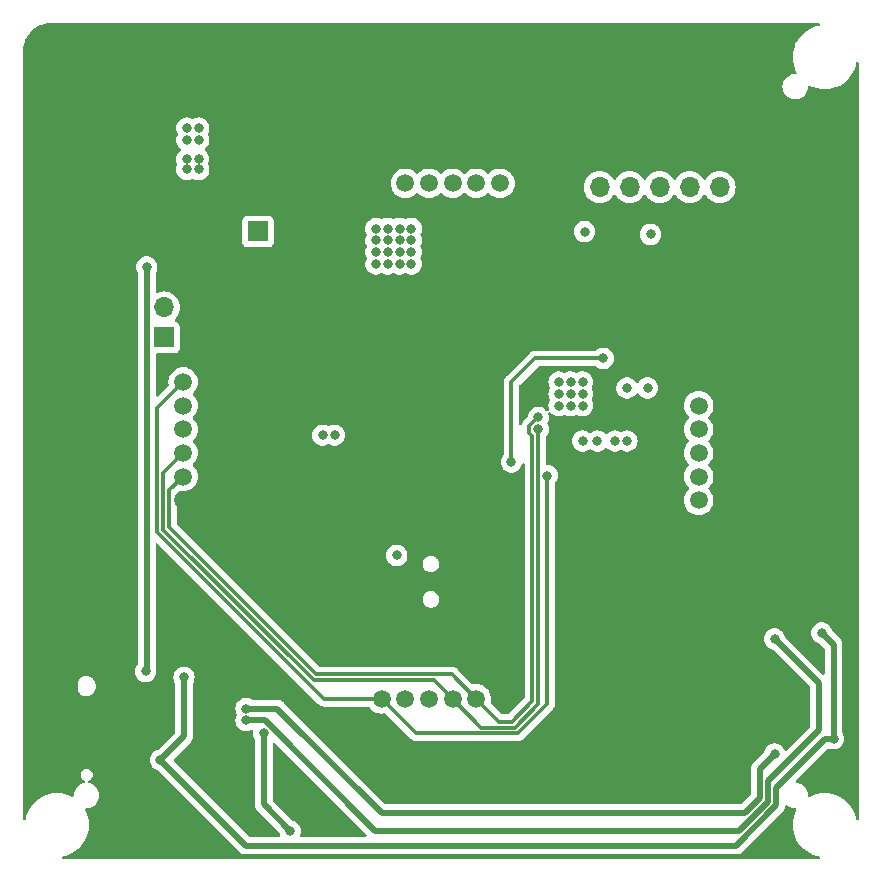
<source format=gbr>
%TF.GenerationSoftware,KiCad,Pcbnew,7.0.7-7.0.7~ubuntu22.04.1*%
%TF.CreationDate,2023-10-06T14:41:20+02:00*%
%TF.ProjectId,ShotClockProject,53686f74-436c-46f6-936b-50726f6a6563,rev?*%
%TF.SameCoordinates,Original*%
%TF.FileFunction,Copper,L4,Bot*%
%TF.FilePolarity,Positive*%
%FSLAX46Y46*%
G04 Gerber Fmt 4.6, Leading zero omitted, Abs format (unit mm)*
G04 Created by KiCad (PCBNEW 7.0.7-7.0.7~ubuntu22.04.1) date 2023-10-06 14:41:20*
%MOMM*%
%LPD*%
G01*
G04 APERTURE LIST*
%TA.AperFunction,ComponentPad*%
%ADD10R,1.700000X1.700000*%
%TD*%
%TA.AperFunction,ComponentPad*%
%ADD11O,1.700000X1.700000*%
%TD*%
%TA.AperFunction,ComponentPad*%
%ADD12O,1.100000X2.200000*%
%TD*%
%TA.AperFunction,ComponentPad*%
%ADD13C,1.500000*%
%TD*%
%TA.AperFunction,ViaPad*%
%ADD14C,0.800000*%
%TD*%
%TA.AperFunction,Conductor*%
%ADD15C,0.500000*%
%TD*%
%TA.AperFunction,Conductor*%
%ADD16C,0.300000*%
%TD*%
G04 APERTURE END LIST*
D10*
%TO.P,J4,1,Pin_1*%
%TO.N,-BATT*%
X130575000Y-91225000D03*
D11*
%TO.P,J4,2,Pin_2*%
%TO.N,+BATT*%
X130575000Y-88685000D03*
%TD*%
D12*
%TO.P,J6,S1,SHIELD*%
%TO.N,GND*%
X121850000Y-126900000D03*
%TO.P,J6,S2,SHIELD__1*%
X126150000Y-126900000D03*
%TO.P,J6,S3,SHIELD__2*%
X121850000Y-122100000D03*
%TO.P,J6,S4,SHIELD__3*%
X126150000Y-122100000D03*
%TD*%
D13*
%TO.P,U9,1,1*%
%TO.N,TLC59116_RESETn*%
X132175000Y-95000000D03*
%TO.P,U9,2,2*%
%TO.N,+3.3V*%
X132175000Y-97000000D03*
%TO.P,U9,3,3*%
%TO.N,+5V*%
X132175000Y-99000000D03*
%TO.P,U9,4,4*%
%TO.N,I2C2_SCL*%
X132175000Y-101000000D03*
%TO.P,U9,5,5*%
%TO.N,I2C2_SDA*%
X132175000Y-103000000D03*
%TO.P,U9,6,6*%
%TO.N,GND*%
X132175000Y-105000000D03*
%TD*%
%TO.P,U6,1,1*%
%TO.N,TLC59116_RESETn*%
X159000000Y-78175000D03*
%TO.P,U6,2,2*%
%TO.N,+3.3V*%
X157000000Y-78175000D03*
%TO.P,U6,3,3*%
%TO.N,+5V*%
X155000000Y-78175000D03*
%TO.P,U6,4,4*%
%TO.N,I2C2_SCL*%
X153000000Y-78175000D03*
%TO.P,U6,5,5*%
%TO.N,I2C2_SDA*%
X151000000Y-78175000D03*
%TO.P,U6,6,6*%
%TO.N,GND*%
X149000000Y-78175000D03*
%TD*%
D10*
%TO.P,J7,1,Pin_1*%
%TO.N,/Li-Po Battery and charger/IC_TEMP*%
X138500000Y-82250000D03*
D11*
%TO.P,J7,2,Pin_2*%
%TO.N,GND*%
X138500000Y-84790000D03*
%TD*%
D13*
%TO.P,U8,1,1*%
%TO.N,TLC59116_RESETn*%
X149000000Y-121825000D03*
%TO.P,U8,2,2*%
%TO.N,+3.3V*%
X151000000Y-121825000D03*
%TO.P,U8,3,3*%
%TO.N,+5V*%
X153000000Y-121825000D03*
%TO.P,U8,4,4*%
%TO.N,I2C2_SCL*%
X155000000Y-121825000D03*
%TO.P,U8,5,5*%
%TO.N,I2C2_SDA*%
X157000000Y-121825000D03*
%TO.P,U8,6,6*%
%TO.N,GND*%
X159000000Y-121825000D03*
%TD*%
D10*
%TO.P,J1,1,Pin_1*%
%TO.N,GND*%
X164904106Y-78500000D03*
D11*
%TO.P,J1,2,Pin_2*%
%TO.N,unconnected-(J1-Pin_2-Pad2)*%
X167444106Y-78500000D03*
%TO.P,J1,3,Pin_3*%
%TO.N,unconnected-(J1-Pin_3-Pad3)*%
X169984106Y-78500000D03*
%TO.P,J1,4,Pin_4*%
%TO.N,/STM32G070CBT6/UART3_RX*%
X172524106Y-78500000D03*
%TO.P,J1,5,Pin_5*%
%TO.N,/STM32G070CBT6/UART3_TX*%
X175064106Y-78500000D03*
%TO.P,J1,6,Pin_6*%
%TO.N,unconnected-(J1-Pin_6-Pad6)*%
X177604106Y-78500000D03*
%TD*%
D13*
%TO.P,U7,1,1*%
%TO.N,TLC59116_RESETn*%
X175825000Y-105000000D03*
%TO.P,U7,2,2*%
%TO.N,+3.3V*%
X175825000Y-103000000D03*
%TO.P,U7,3,3*%
%TO.N,+5V*%
X175825000Y-101000000D03*
%TO.P,U7,4,4*%
%TO.N,I2C2_SCL*%
X175825000Y-99000000D03*
%TO.P,U7,5,5*%
%TO.N,I2C2_SDA*%
X175825000Y-97000000D03*
%TO.P,U7,6,6*%
%TO.N,GND*%
X175825000Y-95000000D03*
%TD*%
D14*
%TO.N,+3.3V*%
X150263268Y-109676113D03*
X166000000Y-97000000D03*
X151500000Y-83000000D03*
X145000000Y-99500000D03*
X150500000Y-85000000D03*
X150500000Y-82000000D03*
X164000000Y-97000000D03*
X148500000Y-83000000D03*
X167250000Y-100000000D03*
X165000000Y-95000000D03*
X171750000Y-82500000D03*
X151500000Y-82000000D03*
X144000000Y-99500000D03*
X164000000Y-96000000D03*
X151500000Y-84000000D03*
X168750000Y-100000000D03*
X148500000Y-84000000D03*
X149500000Y-85000000D03*
X165000000Y-97000000D03*
X166175984Y-82260329D03*
X166000000Y-96000000D03*
X164000000Y-95000000D03*
X169750000Y-95500000D03*
X165000000Y-96000000D03*
X149500000Y-82000000D03*
X171500000Y-95500000D03*
X149500000Y-84000000D03*
X150500000Y-84000000D03*
X166000000Y-100000000D03*
X150500000Y-83000000D03*
X166000000Y-95000000D03*
X149500000Y-83000000D03*
X151500000Y-85000000D03*
X148500000Y-82000000D03*
X148500000Y-85000000D03*
X169750000Y-100000000D03*
%TO.N,/Li-Po Battery and charger/IC_TEMP*%
X129099500Y-85250000D03*
X129000000Y-119500000D03*
%TO.N,/Li-Po Battery and charger/IC_STDBY_Green*%
X182250000Y-116750000D03*
X137500000Y-123643715D03*
%TO.N,/Li-Po Battery and charger/IC_CHRG_Red*%
X137500000Y-122644212D03*
X182250000Y-126500000D03*
%TO.N,TLC59116_RESETn*%
X163000000Y-102913000D03*
%TO.N,+5V*%
X133500000Y-74500000D03*
X133500000Y-73500000D03*
X132488287Y-76128690D03*
X132500000Y-73500000D03*
X133500000Y-77000000D03*
X132500000Y-77000000D03*
X133488287Y-76128690D03*
X132500000Y-74500000D03*
%TO.N,VBUS*%
X141250000Y-133000000D03*
X139000000Y-124750000D03*
%TO.N,/Buzzer_3v3_PWM/buzzer_pwm_in*%
X159970543Y-101779457D03*
X167750000Y-93000000D03*
%TO.N,GND*%
X151173830Y-89790508D03*
X139000000Y-72250000D03*
X126159137Y-120594551D03*
X145089520Y-88506309D03*
X144250000Y-95500000D03*
X145500000Y-96750000D03*
X123500000Y-77250000D03*
X144250000Y-96750000D03*
X125384630Y-72718557D03*
X171500000Y-86250000D03*
X151990305Y-89801390D03*
X139750000Y-72250000D03*
X149750000Y-114250000D03*
X151173830Y-88994056D03*
X138000000Y-102500000D03*
X145083577Y-87228421D03*
X181566678Y-121731089D03*
X123884630Y-72718557D03*
X144500000Y-66250000D03*
X143051353Y-131759947D03*
X169500000Y-86250000D03*
X157500000Y-87000000D03*
X166049271Y-87749999D03*
X167602102Y-118424239D03*
X126750000Y-84750000D03*
X171500000Y-87750000D03*
X169000000Y-126000000D03*
X146000000Y-66250000D03*
X138250000Y-72250000D03*
X135250000Y-81250000D03*
X167730547Y-125975351D03*
X171000000Y-109500000D03*
X148750000Y-104750000D03*
X170000000Y-109500000D03*
X168871555Y-118448888D03*
X181569601Y-120189867D03*
X142256474Y-128686306D03*
X130500000Y-66500000D03*
X119638955Y-124253879D03*
X147500000Y-104750000D03*
X169500000Y-87750000D03*
X133250000Y-127000000D03*
X121836903Y-120601683D03*
X147500000Y-124250000D03*
X126750000Y-82250000D03*
X150000000Y-104750000D03*
X132250000Y-127000000D03*
X139000000Y-102500000D03*
X166049271Y-89027888D03*
X138250000Y-77250000D03*
X152000000Y-89000000D03*
X143086111Y-130510681D03*
X134250000Y-127000000D03*
X124634630Y-72718557D03*
%TO.N,/Li-Po Battery and charger/VCC*%
X186250000Y-116250000D03*
X132250000Y-120000000D03*
X130250000Y-127000000D03*
X187250000Y-125200000D03*
%TO.N,I2C2_SCL*%
X162250000Y-99000000D03*
%TO.N,I2C2_SDA*%
X162250000Y-98000497D03*
%TD*%
D15*
%TO.N,/Li-Po Battery and charger/IC_TEMP*%
X129099500Y-85250000D02*
X129099500Y-119400500D01*
X129099500Y-119400500D02*
X129000000Y-119500000D01*
%TO.N,/Li-Po Battery and charger/IC_STDBY_Green*%
X181700000Y-130539949D02*
X181700000Y-128800000D01*
X179239949Y-133000000D02*
X181700000Y-130539949D01*
X181700000Y-128800000D02*
X186000000Y-124500000D01*
X186000000Y-120500000D02*
X182250000Y-116750000D01*
X137500000Y-123643715D02*
X139095797Y-123643715D01*
X139095797Y-123643715D02*
X148452082Y-133000000D01*
X186000000Y-124500000D02*
X186000000Y-120500000D01*
X148452082Y-133000000D02*
X179239949Y-133000000D01*
%TO.N,/Li-Po Battery and charger/IC_CHRG_Red*%
X179750000Y-131500000D02*
X181000000Y-130250000D01*
X140144212Y-122644212D02*
X149000000Y-131500000D01*
X181000000Y-127750000D02*
X182250000Y-126500000D01*
X181000000Y-130250000D02*
X181000000Y-127750000D01*
X137500000Y-122644212D02*
X140144212Y-122644212D01*
X149000000Y-131500000D02*
X179750000Y-131500000D01*
D16*
%TO.N,TLC59116_RESETn*%
X144117894Y-121825000D02*
X130000000Y-107707106D01*
X130000000Y-97175000D02*
X132175000Y-95000000D01*
X163000000Y-122250000D02*
X160500000Y-124750000D01*
X163000000Y-102913000D02*
X163000000Y-122250000D01*
X151925000Y-124750000D02*
X149000000Y-121825000D01*
X149000000Y-121825000D02*
X144117894Y-121825000D01*
X160500000Y-124750000D02*
X151925000Y-124750000D01*
X130000000Y-107707106D02*
X130000000Y-97175000D01*
D15*
%TO.N,VBUS*%
X139000000Y-130750000D02*
X141250000Y-133000000D01*
X139000000Y-124750000D02*
X139000000Y-130750000D01*
D16*
%TO.N,/Buzzer_3v3_PWM/buzzer_pwm_in*%
X162000000Y-93000000D02*
X159970543Y-95029457D01*
X167750000Y-93000000D02*
X162000000Y-93000000D01*
X159970543Y-95029457D02*
X159970543Y-101779457D01*
D15*
%TO.N,/Li-Po Battery and charger/VCC*%
X130250000Y-127000000D02*
X132250000Y-125000000D01*
X187250000Y-125200000D02*
X187250000Y-117250000D01*
X182400000Y-130829899D02*
X178979899Y-134250000D01*
X137500000Y-134250000D02*
X130250000Y-127000000D01*
X182400000Y-129350000D02*
X182400000Y-130829899D01*
X186550000Y-125200000D02*
X182400000Y-129350000D01*
X187250000Y-117250000D02*
X186250000Y-116250000D01*
X178979899Y-134250000D02*
X137500000Y-134250000D01*
X187250000Y-125200000D02*
X186550000Y-125200000D01*
X132250000Y-125000000D02*
X132250000Y-120000000D01*
D16*
%TO.N,I2C2_SCL*%
X130500000Y-107500000D02*
X130500000Y-102675000D01*
X130500000Y-102675000D02*
X132175000Y-101000000D01*
X143250000Y-120250000D02*
X130500000Y-107500000D01*
X160250000Y-124250000D02*
X157425000Y-124250000D01*
X162250000Y-122250000D02*
X160250000Y-124250000D01*
X155000000Y-121825000D02*
X153425000Y-120250000D01*
X162250000Y-99000000D02*
X162250000Y-122250000D01*
X153425000Y-120250000D02*
X143250000Y-120250000D01*
X157425000Y-124250000D02*
X155000000Y-121825000D01*
%TO.N,I2C2_SDA*%
X162250000Y-98000497D02*
X162188842Y-98000497D01*
X161750000Y-122000000D02*
X160000000Y-123750000D01*
X161750000Y-99560661D02*
X161750000Y-122000000D01*
X162188842Y-98000497D02*
X161500000Y-98689339D01*
X143457106Y-119750000D02*
X131000000Y-107292894D01*
X160000000Y-123750000D02*
X158925000Y-123750000D01*
X158925000Y-123750000D02*
X157000000Y-121825000D01*
X161500000Y-99310661D02*
X161750000Y-99560661D01*
X157000000Y-121825000D02*
X154925000Y-119750000D01*
X161500000Y-98689339D02*
X161500000Y-99310661D01*
X131000000Y-104175000D02*
X132175000Y-103000000D01*
X154925000Y-119750000D02*
X143457106Y-119750000D01*
X131000000Y-107292894D02*
X131000000Y-104175000D01*
%TD*%
%TA.AperFunction,Conductor*%
%TO.N,GND*%
G36*
X186042987Y-64620185D02*
G01*
X186088742Y-64672989D01*
X186098686Y-64742147D01*
X186069661Y-64805703D01*
X186010883Y-64843477D01*
X185998299Y-64846469D01*
X185852547Y-64873178D01*
X185540657Y-64970366D01*
X185540641Y-64970372D01*
X185540639Y-64970373D01*
X185413566Y-65027564D01*
X185242725Y-65104453D01*
X185242723Y-65104454D01*
X184963131Y-65273473D01*
X184705960Y-65474954D01*
X184474954Y-65705960D01*
X184273473Y-65963131D01*
X184234144Y-66028190D01*
X184104455Y-66242721D01*
X184003374Y-66467315D01*
X183970372Y-66540642D01*
X183970366Y-66540657D01*
X183873178Y-66852547D01*
X183814289Y-67173900D01*
X183794564Y-67499999D01*
X183814289Y-67826099D01*
X183873178Y-68147452D01*
X183970366Y-68459342D01*
X183970370Y-68459354D01*
X183970373Y-68459361D01*
X184100553Y-68748609D01*
X184110116Y-68817821D01*
X184080742Y-68881216D01*
X184021758Y-68918667D01*
X183987477Y-68923500D01*
X183900248Y-68923500D01*
X183704140Y-68960159D01*
X183704137Y-68960159D01*
X183704137Y-68960160D01*
X183518108Y-69032227D01*
X183518101Y-69032231D01*
X183348487Y-69137251D01*
X183201048Y-69271660D01*
X183080821Y-69430865D01*
X183080816Y-69430873D01*
X182991894Y-69609453D01*
X182937295Y-69801350D01*
X182918888Y-69999999D01*
X182918888Y-70000000D01*
X182937295Y-70198649D01*
X182937295Y-70198651D01*
X182937296Y-70198654D01*
X182939226Y-70205436D01*
X182991894Y-70390546D01*
X183080816Y-70569126D01*
X183080821Y-70569134D01*
X183201048Y-70728339D01*
X183201049Y-70728340D01*
X183348484Y-70862746D01*
X183518107Y-70967772D01*
X183704140Y-71039841D01*
X183900248Y-71076500D01*
X183900250Y-71076500D01*
X184099750Y-71076500D01*
X184099752Y-71076500D01*
X184295860Y-71039841D01*
X184481893Y-70967772D01*
X184651516Y-70862746D01*
X184798951Y-70728340D01*
X184919180Y-70569132D01*
X185008107Y-70390543D01*
X185062704Y-70198654D01*
X185080852Y-70002800D01*
X185106638Y-69937865D01*
X185163438Y-69897177D01*
X185233219Y-69893657D01*
X185255208Y-69901164D01*
X185540639Y-70029627D01*
X185540652Y-70029631D01*
X185540657Y-70029633D01*
X185852546Y-70126821D01*
X185852547Y-70126821D01*
X186173896Y-70185710D01*
X186500000Y-70205436D01*
X186826104Y-70185710D01*
X187147453Y-70126821D01*
X187459361Y-70029627D01*
X187757279Y-69895545D01*
X188036863Y-69726530D01*
X188294036Y-69525048D01*
X188525048Y-69294036D01*
X188726530Y-69036863D01*
X188895545Y-68757279D01*
X189029627Y-68459361D01*
X189126821Y-68147453D01*
X189153529Y-68001706D01*
X189184976Y-67939313D01*
X189245163Y-67903825D01*
X189314981Y-67906510D01*
X189372264Y-67946516D01*
X189398824Y-68011140D01*
X189399499Y-68024057D01*
X189399499Y-131975942D01*
X189379814Y-132042981D01*
X189327010Y-132088736D01*
X189257852Y-132098680D01*
X189194296Y-132069655D01*
X189156522Y-132010877D01*
X189153530Y-131998293D01*
X189126821Y-131852547D01*
X189029633Y-131540657D01*
X189029631Y-131540652D01*
X189029627Y-131540639D01*
X188895545Y-131242721D01*
X188726530Y-130963137D01*
X188726528Y-130963134D01*
X188726526Y-130963131D01*
X188525045Y-130705960D01*
X188294039Y-130474954D01*
X188036868Y-130273473D01*
X188029306Y-130268901D01*
X187757279Y-130104455D01*
X187459361Y-129970373D01*
X187459354Y-129970370D01*
X187459342Y-129970366D01*
X187147452Y-129873178D01*
X186826099Y-129814289D01*
X186500000Y-129794564D01*
X186173900Y-129814289D01*
X185852547Y-129873178D01*
X185540657Y-129970366D01*
X185540641Y-129970372D01*
X185540639Y-129970373D01*
X185399390Y-130033943D01*
X185255214Y-130098832D01*
X185186002Y-130108395D01*
X185122606Y-130079021D01*
X185085156Y-130020036D01*
X185080852Y-129997197D01*
X185078837Y-129975450D01*
X185062704Y-129801346D01*
X185008107Y-129609457D01*
X185006693Y-129606618D01*
X184919183Y-129430873D01*
X184919178Y-129430865D01*
X184798951Y-129271660D01*
X184798950Y-129271659D01*
X184651516Y-129137254D01*
X184651513Y-129137252D01*
X184651512Y-129137251D01*
X184481898Y-129032231D01*
X184481891Y-129032227D01*
X184388876Y-128996193D01*
X184295860Y-128960159D01*
X184152475Y-128933355D01*
X184090195Y-128901688D01*
X184054922Y-128841375D01*
X184057856Y-128771567D01*
X184087578Y-128723788D01*
X186757729Y-126053636D01*
X186819050Y-126020153D01*
X186888742Y-126025137D01*
X186895844Y-126028040D01*
X186970192Y-126061142D01*
X186970197Y-126061144D01*
X187155354Y-126100500D01*
X187155355Y-126100500D01*
X187344644Y-126100500D01*
X187344646Y-126100500D01*
X187529803Y-126061144D01*
X187702730Y-125984151D01*
X187855871Y-125872888D01*
X187982533Y-125732216D01*
X188077179Y-125568284D01*
X188135674Y-125388256D01*
X188155460Y-125200000D01*
X188135674Y-125011744D01*
X188077179Y-124831716D01*
X188017113Y-124727677D01*
X188000500Y-124665677D01*
X188000500Y-117313705D01*
X188001809Y-117295735D01*
X188003789Y-117282214D01*
X188005289Y-117271977D01*
X188000735Y-117219931D01*
X188000500Y-117214528D01*
X188000500Y-117206297D01*
X188000500Y-117206291D01*
X187996693Y-117173724D01*
X187991219Y-117111144D01*
X187989999Y-117097201D01*
X187988539Y-117090129D01*
X187988597Y-117090116D01*
X187986965Y-117082757D01*
X187986906Y-117082772D01*
X187985242Y-117075753D01*
X187985241Y-117075745D01*
X187958974Y-117003576D01*
X187934814Y-116930666D01*
X187934809Y-116930659D01*
X187931760Y-116924118D01*
X187931815Y-116924091D01*
X187928533Y-116917313D01*
X187928480Y-116917340D01*
X187925235Y-116910880D01*
X187883028Y-116846708D01*
X187842710Y-116781342D01*
X187838234Y-116775682D01*
X187838281Y-116775644D01*
X187833519Y-116769799D01*
X187833474Y-116769838D01*
X187828834Y-116764309D01*
X187828832Y-116764307D01*
X187828830Y-116764304D01*
X187798061Y-116735275D01*
X187772965Y-116711597D01*
X187162770Y-116101402D01*
X187132521Y-116052041D01*
X187097738Y-115944992D01*
X187077181Y-115881721D01*
X187077178Y-115881715D01*
X187058579Y-115849500D01*
X186982533Y-115717784D01*
X186855871Y-115577112D01*
X186855870Y-115577111D01*
X186702734Y-115465851D01*
X186702729Y-115465848D01*
X186529807Y-115388857D01*
X186529802Y-115388855D01*
X186384001Y-115357865D01*
X186344646Y-115349500D01*
X186155354Y-115349500D01*
X186122897Y-115356398D01*
X185970197Y-115388855D01*
X185970192Y-115388857D01*
X185797270Y-115465848D01*
X185797265Y-115465851D01*
X185644129Y-115577111D01*
X185517466Y-115717785D01*
X185422821Y-115881715D01*
X185422818Y-115881722D01*
X185367479Y-116052039D01*
X185364326Y-116061744D01*
X185344540Y-116250000D01*
X185364326Y-116438256D01*
X185364327Y-116438259D01*
X185422818Y-116618277D01*
X185422821Y-116618284D01*
X185517467Y-116782216D01*
X185575536Y-116846708D01*
X185644129Y-116922888D01*
X185797265Y-117034148D01*
X185797270Y-117034151D01*
X185970191Y-117111142D01*
X185970194Y-117111142D01*
X185970197Y-117111144D01*
X186003757Y-117118277D01*
X186035329Y-117124988D01*
X186096811Y-117158180D01*
X186097230Y-117158597D01*
X186463182Y-117524549D01*
X186496666Y-117585870D01*
X186499500Y-117612228D01*
X186499500Y-119638770D01*
X186479815Y-119705809D01*
X186427011Y-119751564D01*
X186357853Y-119761508D01*
X186294297Y-119732483D01*
X186287819Y-119726451D01*
X183162770Y-116601402D01*
X183132521Y-116552041D01*
X183077179Y-116381716D01*
X182982533Y-116217784D01*
X182855871Y-116077112D01*
X182834719Y-116061744D01*
X182702734Y-115965851D01*
X182702729Y-115965848D01*
X182529807Y-115888857D01*
X182529802Y-115888855D01*
X182384001Y-115857865D01*
X182344646Y-115849500D01*
X182155354Y-115849500D01*
X182122897Y-115856398D01*
X181970197Y-115888855D01*
X181970192Y-115888857D01*
X181797270Y-115965848D01*
X181797265Y-115965851D01*
X181644129Y-116077111D01*
X181517466Y-116217785D01*
X181422821Y-116381715D01*
X181422818Y-116381722D01*
X181367479Y-116552039D01*
X181364326Y-116561744D01*
X181344540Y-116750000D01*
X181364326Y-116938256D01*
X181364327Y-116938259D01*
X181422818Y-117118277D01*
X181422821Y-117118284D01*
X181517467Y-117282216D01*
X181644128Y-117422888D01*
X181644129Y-117422888D01*
X181797265Y-117534148D01*
X181797270Y-117534151D01*
X181970191Y-117611142D01*
X181970193Y-117611142D01*
X181970197Y-117611144D01*
X182035329Y-117624987D01*
X182096809Y-117658178D01*
X182097228Y-117658596D01*
X185213181Y-120774549D01*
X185246666Y-120835872D01*
X185249500Y-120862230D01*
X185249500Y-124137768D01*
X185229815Y-124204807D01*
X185213181Y-124225449D01*
X183275529Y-126163101D01*
X183214206Y-126196586D01*
X183144514Y-126191602D01*
X183088581Y-126149730D01*
X183081147Y-126136928D01*
X183080428Y-126137344D01*
X183059156Y-126100500D01*
X182982533Y-125967784D01*
X182855871Y-125827112D01*
X182855870Y-125827111D01*
X182702734Y-125715851D01*
X182702729Y-125715848D01*
X182529807Y-125638857D01*
X182529802Y-125638855D01*
X182384000Y-125607865D01*
X182344646Y-125599500D01*
X182155354Y-125599500D01*
X182122897Y-125606398D01*
X181970197Y-125638855D01*
X181970192Y-125638857D01*
X181797270Y-125715848D01*
X181797265Y-125715851D01*
X181644129Y-125827111D01*
X181517466Y-125967785D01*
X181422821Y-126131715D01*
X181422819Y-126131719D01*
X181367478Y-126302041D01*
X181337228Y-126351403D01*
X180514358Y-127174272D01*
X180500729Y-127186051D01*
X180481468Y-127200390D01*
X180447898Y-127240397D01*
X180444253Y-127244376D01*
X180438409Y-127250222D01*
X180418059Y-127275959D01*
X180368695Y-127334789D01*
X180364729Y-127340819D01*
X180364682Y-127340788D01*
X180360630Y-127347147D01*
X180360679Y-127347177D01*
X180356889Y-127353321D01*
X180324424Y-127422941D01*
X180289960Y-127491566D01*
X180287488Y-127498357D01*
X180287432Y-127498336D01*
X180284960Y-127505450D01*
X180285015Y-127505469D01*
X180282742Y-127512327D01*
X180278636Y-127532216D01*
X180267207Y-127587565D01*
X180254001Y-127643284D01*
X180249498Y-127662286D01*
X180248661Y-127669454D01*
X180248601Y-127669447D01*
X180247835Y-127676945D01*
X180247895Y-127676951D01*
X180247265Y-127684140D01*
X180249500Y-127760916D01*
X180249500Y-129887769D01*
X180229815Y-129954808D01*
X180213181Y-129975450D01*
X179475451Y-130713181D01*
X179414128Y-130746666D01*
X179387770Y-130749500D01*
X149362229Y-130749500D01*
X149295190Y-130729815D01*
X149274548Y-130713181D01*
X140719941Y-122158573D01*
X140708161Y-122144942D01*
X140700694Y-122134913D01*
X140693824Y-122125684D01*
X140693822Y-122125682D01*
X140653799Y-122092098D01*
X140649824Y-122088456D01*
X140646902Y-122085534D01*
X140643992Y-122082623D01*
X140618252Y-122062271D01*
X140605224Y-122051339D01*
X140559426Y-122012910D01*
X140559425Y-122012909D01*
X140559421Y-122012906D01*
X140553392Y-122008941D01*
X140553424Y-122008892D01*
X140547065Y-122004840D01*
X140547034Y-122004891D01*
X140540892Y-122001103D01*
X140540890Y-122001102D01*
X140540889Y-122001101D01*
X140501686Y-121982820D01*
X140471270Y-121968636D01*
X140437106Y-121951479D01*
X140402645Y-121934172D01*
X140402643Y-121934171D01*
X140402642Y-121934171D01*
X140395857Y-121931701D01*
X140395877Y-121931645D01*
X140388761Y-121929171D01*
X140388743Y-121929227D01*
X140381883Y-121926954D01*
X140354053Y-121921208D01*
X140306646Y-121911419D01*
X140257684Y-121899815D01*
X140231931Y-121893711D01*
X140224759Y-121892873D01*
X140224765Y-121892813D01*
X140217267Y-121892047D01*
X140217262Y-121892107D01*
X140210072Y-121891477D01*
X140133295Y-121893712D01*
X138039337Y-121893712D01*
X137972298Y-121874027D01*
X137966452Y-121870030D01*
X137952734Y-121860063D01*
X137952729Y-121860060D01*
X137779807Y-121783069D01*
X137779802Y-121783067D01*
X137606492Y-121746230D01*
X137594646Y-121743712D01*
X137405354Y-121743712D01*
X137393508Y-121746230D01*
X137220197Y-121783067D01*
X137220192Y-121783069D01*
X137047270Y-121860060D01*
X137047265Y-121860063D01*
X136894129Y-121971323D01*
X136767466Y-122111997D01*
X136672821Y-122275927D01*
X136672818Y-122275934D01*
X136614755Y-122454635D01*
X136614326Y-122455956D01*
X136594540Y-122644212D01*
X136614326Y-122832468D01*
X136614327Y-122832471D01*
X136672821Y-123012497D01*
X136712927Y-123081963D01*
X136729400Y-123149863D01*
X136712928Y-123205962D01*
X136672820Y-123275431D01*
X136614327Y-123455455D01*
X136614326Y-123455459D01*
X136594540Y-123643715D01*
X136614326Y-123831971D01*
X136614327Y-123831974D01*
X136672818Y-124011992D01*
X136672821Y-124011999D01*
X136767467Y-124175931D01*
X136894128Y-124316602D01*
X136894129Y-124316603D01*
X137047265Y-124427863D01*
X137047270Y-124427866D01*
X137220192Y-124504857D01*
X137220197Y-124504859D01*
X137405354Y-124544215D01*
X137405355Y-124544215D01*
X137594644Y-124544215D01*
X137594646Y-124544215D01*
X137779803Y-124504859D01*
X137940818Y-124433169D01*
X138010063Y-124423884D01*
X138073340Y-124453512D01*
X138110554Y-124512647D01*
X138114571Y-124559410D01*
X138103402Y-124665677D01*
X138094540Y-124750000D01*
X138114326Y-124938256D01*
X138114327Y-124938259D01*
X138172818Y-125118277D01*
X138172821Y-125118284D01*
X138229924Y-125217190D01*
X138232887Y-125222321D01*
X138249500Y-125284321D01*
X138249500Y-130686294D01*
X138248191Y-130704263D01*
X138244710Y-130728025D01*
X138249264Y-130780064D01*
X138249500Y-130785470D01*
X138249500Y-130793709D01*
X138253306Y-130826274D01*
X138260000Y-130902791D01*
X138261461Y-130909867D01*
X138261403Y-130909878D01*
X138263034Y-130917237D01*
X138263092Y-130917224D01*
X138264757Y-130924250D01*
X138291025Y-130996424D01*
X138315185Y-131069331D01*
X138318236Y-131075874D01*
X138318182Y-131075898D01*
X138321470Y-131082688D01*
X138321521Y-131082663D01*
X138324761Y-131089113D01*
X138324762Y-131089114D01*
X138324763Y-131089117D01*
X138329412Y-131096185D01*
X138366965Y-131153283D01*
X138407287Y-131218655D01*
X138411766Y-131224319D01*
X138411719Y-131224356D01*
X138416482Y-131230202D01*
X138416528Y-131230164D01*
X138421173Y-131235700D01*
X138477018Y-131288386D01*
X140337228Y-133148595D01*
X140367478Y-133197958D01*
X140412715Y-133337182D01*
X140414710Y-133407023D01*
X140378630Y-133466856D01*
X140315929Y-133497684D01*
X140294784Y-133499500D01*
X137862230Y-133499500D01*
X137795191Y-133479815D01*
X137774549Y-133463181D01*
X131399047Y-127087679D01*
X131365562Y-127026356D01*
X131370546Y-126956664D01*
X131399043Y-126912322D01*
X132735638Y-125575727D01*
X132749267Y-125563950D01*
X132768530Y-125549610D01*
X132768532Y-125549606D01*
X132768534Y-125549606D01*
X132786663Y-125527999D01*
X132802113Y-125509585D01*
X132805767Y-125505599D01*
X132811589Y-125499778D01*
X132831928Y-125474054D01*
X132837162Y-125467815D01*
X132881302Y-125415214D01*
X132881304Y-125415209D01*
X132885272Y-125409179D01*
X132885323Y-125409212D01*
X132889372Y-125402856D01*
X132889320Y-125402824D01*
X132893112Y-125396675D01*
X132925575Y-125327058D01*
X132960036Y-125258440D01*
X132960040Y-125258433D01*
X132960042Y-125258421D01*
X132962509Y-125251646D01*
X132962567Y-125251667D01*
X132965043Y-125244546D01*
X132964986Y-125244527D01*
X132967255Y-125237678D01*
X132967255Y-125237676D01*
X132967257Y-125237673D01*
X132982788Y-125162449D01*
X133000500Y-125087721D01*
X133000499Y-125087720D01*
X133001339Y-125080545D01*
X133001400Y-125080552D01*
X133002165Y-125073060D01*
X133002103Y-125073055D01*
X133002731Y-125065862D01*
X133002733Y-125065856D01*
X133000500Y-124989102D01*
X133000500Y-120534320D01*
X133017113Y-120472321D01*
X133077179Y-120368284D01*
X133135674Y-120188256D01*
X133155460Y-120000000D01*
X133135674Y-119811744D01*
X133077179Y-119631716D01*
X132982533Y-119467784D01*
X132855871Y-119327112D01*
X132834716Y-119311742D01*
X132702734Y-119215851D01*
X132702729Y-119215848D01*
X132529807Y-119138857D01*
X132529802Y-119138855D01*
X132384000Y-119107865D01*
X132344646Y-119099500D01*
X132155354Y-119099500D01*
X132122897Y-119106398D01*
X131970197Y-119138855D01*
X131970192Y-119138857D01*
X131797270Y-119215848D01*
X131797265Y-119215851D01*
X131644129Y-119327111D01*
X131517466Y-119467785D01*
X131422821Y-119631715D01*
X131422818Y-119631722D01*
X131364327Y-119811740D01*
X131364326Y-119811744D01*
X131344540Y-120000000D01*
X131364326Y-120188256D01*
X131364327Y-120188259D01*
X131422818Y-120368277D01*
X131422821Y-120368284D01*
X131482887Y-120472321D01*
X131499500Y-120534321D01*
X131499500Y-124637769D01*
X131479815Y-124704808D01*
X131463181Y-124725450D01*
X130097228Y-126091402D01*
X130035905Y-126124887D01*
X130035329Y-126125011D01*
X129970196Y-126138856D01*
X129970192Y-126138857D01*
X129797270Y-126215848D01*
X129797265Y-126215851D01*
X129644129Y-126327111D01*
X129517466Y-126467785D01*
X129422821Y-126631715D01*
X129422818Y-126631722D01*
X129364327Y-126811740D01*
X129364326Y-126811744D01*
X129344540Y-127000000D01*
X129364326Y-127188256D01*
X129364327Y-127188259D01*
X129422818Y-127368277D01*
X129422821Y-127368284D01*
X129517467Y-127532216D01*
X129567304Y-127587565D01*
X129644129Y-127672888D01*
X129797265Y-127784148D01*
X129797270Y-127784151D01*
X129970191Y-127861142D01*
X129970193Y-127861142D01*
X129970197Y-127861144D01*
X130035329Y-127874987D01*
X130096809Y-127908178D01*
X130097228Y-127908596D01*
X136924267Y-134735634D01*
X136936048Y-134749266D01*
X136950390Y-134768530D01*
X136990420Y-134802119D01*
X136994392Y-134805759D01*
X137000223Y-134811590D01*
X137000222Y-134811590D01*
X137022021Y-134828825D01*
X137025944Y-134831927D01*
X137084786Y-134881302D01*
X137084794Y-134881306D01*
X137090824Y-134885273D01*
X137090790Y-134885323D01*
X137097137Y-134889366D01*
X137097169Y-134889316D01*
X137103318Y-134893108D01*
X137103320Y-134893109D01*
X137103323Y-134893111D01*
X137172930Y-134925569D01*
X137241567Y-134960040D01*
X137241576Y-134960042D01*
X137248355Y-134962510D01*
X137248334Y-134962567D01*
X137255451Y-134965040D01*
X137255470Y-134964984D01*
X137262330Y-134967257D01*
X137308027Y-134976692D01*
X137337532Y-134982784D01*
X137412279Y-135000500D01*
X137412288Y-135000500D01*
X137419452Y-135001338D01*
X137419445Y-135001397D01*
X137426946Y-135002163D01*
X137426952Y-135002104D01*
X137434140Y-135002733D01*
X137434143Y-135002732D01*
X137434144Y-135002733D01*
X137510898Y-135000500D01*
X178916194Y-135000500D01*
X178934164Y-135001809D01*
X178957922Y-135005289D01*
X179009967Y-135000735D01*
X179015369Y-135000500D01*
X179023603Y-135000500D01*
X179023608Y-135000500D01*
X179035226Y-134999141D01*
X179056175Y-134996693D01*
X179068927Y-134995577D01*
X179132696Y-134989999D01*
X179132704Y-134989996D01*
X179139765Y-134988539D01*
X179139777Y-134988598D01*
X179147142Y-134986965D01*
X179147128Y-134986906D01*
X179154145Y-134985241D01*
X179154154Y-134985241D01*
X179226322Y-134958974D01*
X179299233Y-134934814D01*
X179299242Y-134934807D01*
X179305781Y-134931760D01*
X179305807Y-134931816D01*
X179312589Y-134928532D01*
X179312562Y-134928478D01*
X179319005Y-134925240D01*
X179319016Y-134925237D01*
X179383182Y-134883034D01*
X179448555Y-134842712D01*
X179448561Y-134842705D01*
X179454224Y-134838229D01*
X179454261Y-134838277D01*
X179460103Y-134833518D01*
X179460063Y-134833471D01*
X179465590Y-134828832D01*
X179465595Y-134828830D01*
X179517143Y-134774192D01*
X179518285Y-134772981D01*
X180319456Y-133971810D01*
X182885638Y-131405626D01*
X182899267Y-131393849D01*
X182918530Y-131379509D01*
X182918532Y-131379505D01*
X182918534Y-131379505D01*
X182948286Y-131344046D01*
X182952113Y-131339484D01*
X182955767Y-131335498D01*
X182961589Y-131329677D01*
X182981928Y-131303953D01*
X182987162Y-131297714D01*
X183031302Y-131245113D01*
X183031304Y-131245108D01*
X183035272Y-131239078D01*
X183035323Y-131239111D01*
X183039369Y-131232759D01*
X183039317Y-131232727D01*
X183043109Y-131226578D01*
X183043111Y-131226576D01*
X183075569Y-131156968D01*
X183110040Y-131088332D01*
X183110043Y-131088316D01*
X183112510Y-131081543D01*
X183112568Y-131081564D01*
X183115043Y-131074445D01*
X183114985Y-131074426D01*
X183117256Y-131067571D01*
X183132784Y-130992366D01*
X183138614Y-130967768D01*
X183147805Y-130928990D01*
X183182419Y-130868299D01*
X183244351Y-130835955D01*
X183313939Y-130842228D01*
X183343074Y-130860397D01*
X183343910Y-130859292D01*
X183348485Y-130862747D01*
X183424587Y-130909867D01*
X183518107Y-130967772D01*
X183704140Y-131039841D01*
X183900248Y-131076500D01*
X183900250Y-131076500D01*
X183987477Y-131076500D01*
X184054516Y-131096185D01*
X184100271Y-131148989D01*
X184110215Y-131218147D01*
X184100553Y-131251390D01*
X184062700Y-131335498D01*
X183970372Y-131540642D01*
X183970366Y-131540657D01*
X183873178Y-131852547D01*
X183814289Y-132173900D01*
X183794564Y-132500000D01*
X183814289Y-132826099D01*
X183873178Y-133147452D01*
X183970366Y-133459342D01*
X183970370Y-133459354D01*
X183970373Y-133459361D01*
X184104455Y-133757279D01*
X184163102Y-133854292D01*
X184273473Y-134036868D01*
X184474954Y-134294039D01*
X184705960Y-134525045D01*
X184963131Y-134726526D01*
X184963134Y-134726528D01*
X184963137Y-134726530D01*
X185242721Y-134895545D01*
X185540639Y-135029627D01*
X185540652Y-135029631D01*
X185540657Y-135029633D01*
X185805620Y-135112198D01*
X185852547Y-135126821D01*
X186007558Y-135155227D01*
X186069950Y-135186673D01*
X186105438Y-135246859D01*
X186102753Y-135316677D01*
X186062747Y-135373960D01*
X185998123Y-135400521D01*
X185985203Y-135401196D01*
X122023906Y-135399526D01*
X121956867Y-135379840D01*
X121911113Y-135327035D01*
X121901172Y-135257876D01*
X121930198Y-135194321D01*
X121988977Y-135156548D01*
X122001558Y-135153557D01*
X122147453Y-135126821D01*
X122459361Y-135029627D01*
X122757279Y-134895545D01*
X123036863Y-134726530D01*
X123294036Y-134525048D01*
X123525048Y-134294036D01*
X123726530Y-134036863D01*
X123895545Y-133757279D01*
X124029627Y-133459361D01*
X124126821Y-133147453D01*
X124185710Y-132826104D01*
X124205436Y-132500000D01*
X124185710Y-132173896D01*
X124126821Y-131852547D01*
X124029627Y-131540639D01*
X123899446Y-131251390D01*
X123889884Y-131182179D01*
X123919258Y-131118784D01*
X123978242Y-131081333D01*
X124012523Y-131076500D01*
X124099750Y-131076500D01*
X124099752Y-131076500D01*
X124295860Y-131039841D01*
X124481893Y-130967772D01*
X124651516Y-130862746D01*
X124798951Y-130728340D01*
X124919180Y-130569132D01*
X125008107Y-130390543D01*
X125062704Y-130198654D01*
X125081112Y-130000000D01*
X125062704Y-129801346D01*
X125008107Y-129609457D01*
X125006693Y-129606618D01*
X124919183Y-129430873D01*
X124919178Y-129430865D01*
X124798951Y-129271660D01*
X124798950Y-129271660D01*
X124651516Y-129137254D01*
X124651513Y-129137252D01*
X124651512Y-129137251D01*
X124481898Y-129032231D01*
X124481891Y-129032227D01*
X124295858Y-128960158D01*
X124239529Y-128949628D01*
X124177248Y-128917960D01*
X124141976Y-128857647D01*
X124144910Y-128787839D01*
X124185120Y-128730699D01*
X124210796Y-128714949D01*
X124278836Y-128683877D01*
X124389778Y-128587744D01*
X124469143Y-128464250D01*
X124510500Y-128323399D01*
X124510500Y-128176601D01*
X124469143Y-128035750D01*
X124389778Y-127912256D01*
X124278836Y-127816123D01*
X124278832Y-127816121D01*
X124145307Y-127755141D01*
X124145302Y-127755140D01*
X124036516Y-127739500D01*
X123963484Y-127739500D01*
X123963483Y-127739500D01*
X123854697Y-127755140D01*
X123854692Y-127755141D01*
X123721167Y-127816121D01*
X123721162Y-127816124D01*
X123610223Y-127912254D01*
X123610220Y-127912258D01*
X123530856Y-128035751D01*
X123530855Y-128035752D01*
X123489500Y-128176598D01*
X123489500Y-128323401D01*
X123530855Y-128464247D01*
X123530856Y-128464248D01*
X123530857Y-128464250D01*
X123610222Y-128587744D01*
X123721164Y-128683877D01*
X123789196Y-128714946D01*
X123841999Y-128760700D01*
X123861684Y-128827740D01*
X123842000Y-128894779D01*
X123789196Y-128940534D01*
X123760471Y-128949628D01*
X123704140Y-128960158D01*
X123518108Y-129032227D01*
X123518101Y-129032231D01*
X123348487Y-129137251D01*
X123201048Y-129271660D01*
X123080821Y-129430865D01*
X123080816Y-129430873D01*
X122991894Y-129609453D01*
X122937295Y-129801350D01*
X122919147Y-129997198D01*
X122893361Y-130062135D01*
X122836560Y-130102822D01*
X122766779Y-130106342D01*
X122744785Y-130098832D01*
X122700767Y-130079021D01*
X122459361Y-129970373D01*
X122459354Y-129970370D01*
X122459342Y-129970366D01*
X122147452Y-129873178D01*
X121826099Y-129814289D01*
X121500000Y-129794564D01*
X121173900Y-129814289D01*
X120852547Y-129873178D01*
X120540657Y-129970366D01*
X120540641Y-129970372D01*
X120540639Y-129970373D01*
X120376207Y-130044378D01*
X120255215Y-130098832D01*
X120242721Y-130104455D01*
X120172824Y-130146708D01*
X119963131Y-130273473D01*
X119705960Y-130474954D01*
X119474954Y-130705960D01*
X119273473Y-130963131D01*
X119197312Y-131089117D01*
X119106638Y-131239111D01*
X119104454Y-131242723D01*
X119104453Y-131242725D01*
X118970372Y-131540642D01*
X118970366Y-131540657D01*
X118873178Y-131852547D01*
X118846469Y-131998299D01*
X118815023Y-132060692D01*
X118754836Y-132096180D01*
X118685018Y-132093495D01*
X118627735Y-132053489D01*
X118601175Y-131988865D01*
X118600500Y-131975948D01*
X118600500Y-120750000D01*
X123234688Y-120750000D01*
X123239110Y-120789250D01*
X123239500Y-120796189D01*
X123239500Y-120894292D01*
X123249654Y-120981166D01*
X123254962Y-121026577D01*
X123254963Y-121026580D01*
X123315764Y-121193632D01*
X123315766Y-121193635D01*
X123413457Y-121342168D01*
X123480110Y-121405051D01*
X123542767Y-121464166D01*
X123542769Y-121464167D01*
X123696731Y-121553057D01*
X123867042Y-121604045D01*
X124044520Y-121614382D01*
X124219599Y-121583511D01*
X124382838Y-121513096D01*
X124525439Y-121406933D01*
X124639714Y-121270746D01*
X124719501Y-121111877D01*
X124760500Y-120938890D01*
X124760500Y-120796188D01*
X124760889Y-120789250D01*
X124765312Y-120750000D01*
X124760889Y-120710748D01*
X124760500Y-120703810D01*
X124760500Y-120605714D01*
X124760500Y-120605713D01*
X124760500Y-120605708D01*
X124745038Y-120473423D01*
X124684234Y-120306365D01*
X124586543Y-120157832D01*
X124517896Y-120093067D01*
X124457232Y-120035833D01*
X124303271Y-119946944D01*
X124303270Y-119946943D01*
X124303269Y-119946943D01*
X124132958Y-119895955D01*
X124132953Y-119895954D01*
X123955480Y-119885618D01*
X123955479Y-119885618D01*
X123780403Y-119916488D01*
X123617160Y-119986904D01*
X123474560Y-120093067D01*
X123360286Y-120229253D01*
X123360285Y-120229255D01*
X123280500Y-120388118D01*
X123268988Y-120436687D01*
X123240015Y-120558940D01*
X123239500Y-120561112D01*
X123239500Y-120703810D01*
X123239110Y-120710748D01*
X123234688Y-120750000D01*
X118600500Y-120750000D01*
X118600500Y-119500000D01*
X128094540Y-119500000D01*
X128114326Y-119688256D01*
X128114327Y-119688259D01*
X128172818Y-119868277D01*
X128172821Y-119868284D01*
X128267467Y-120032216D01*
X128394128Y-120172887D01*
X128394129Y-120172888D01*
X128547265Y-120284148D01*
X128547270Y-120284151D01*
X128720192Y-120361142D01*
X128720197Y-120361144D01*
X128905354Y-120400500D01*
X128905355Y-120400500D01*
X129094644Y-120400500D01*
X129094646Y-120400500D01*
X129279803Y-120361144D01*
X129452730Y-120284151D01*
X129605871Y-120172888D01*
X129732533Y-120032216D01*
X129827179Y-119868284D01*
X129885674Y-119688256D01*
X129905460Y-119500000D01*
X129885674Y-119311744D01*
X129856066Y-119220622D01*
X129850000Y-119182317D01*
X129850000Y-108776413D01*
X129869685Y-108709375D01*
X129922489Y-108663620D01*
X129991647Y-108653676D01*
X130055203Y-108682701D01*
X130061681Y-108688733D01*
X143597458Y-122224510D01*
X143607529Y-122237080D01*
X143607716Y-122236926D01*
X143612690Y-122242937D01*
X143612692Y-122242940D01*
X143641239Y-122269748D01*
X143665137Y-122292190D01*
X143686861Y-122313913D01*
X143692651Y-122318405D01*
X143697091Y-122322197D01*
X143726392Y-122349711D01*
X143732501Y-122355448D01*
X143732503Y-122355449D01*
X143751099Y-122365672D01*
X143767364Y-122376357D01*
X143784126Y-122389360D01*
X143784129Y-122389361D01*
X143784130Y-122389362D01*
X143828717Y-122408656D01*
X143833953Y-122411221D01*
X143876526Y-122434627D01*
X143892234Y-122438659D01*
X143897080Y-122439904D01*
X143915492Y-122446207D01*
X143934967Y-122454635D01*
X143982965Y-122462237D01*
X143988634Y-122463411D01*
X144035717Y-122475500D01*
X144056945Y-122475500D01*
X144076342Y-122477026D01*
X144097297Y-122480345D01*
X144097298Y-122480346D01*
X144097298Y-122480345D01*
X144097299Y-122480346D01*
X144145654Y-122475775D01*
X144151493Y-122475500D01*
X147864355Y-122475500D01*
X147931394Y-122495185D01*
X147965928Y-122528374D01*
X148038402Y-122631877D01*
X148193123Y-122786598D01*
X148372361Y-122912102D01*
X148570670Y-123004575D01*
X148570676Y-123004576D01*
X148570677Y-123004577D01*
X148600235Y-123012497D01*
X148782023Y-123061207D01*
X148964926Y-123077208D01*
X148999998Y-123080277D01*
X149000000Y-123080277D01*
X149000002Y-123080277D01*
X149054494Y-123075509D01*
X149217977Y-123061207D01*
X149226340Y-123058966D01*
X149296189Y-123060629D01*
X149346114Y-123091060D01*
X151404564Y-125149510D01*
X151414635Y-125162080D01*
X151414822Y-125161926D01*
X151419796Y-125167937D01*
X151419798Y-125167940D01*
X151439254Y-125186210D01*
X151472243Y-125217190D01*
X151493966Y-125238912D01*
X151499758Y-125243405D01*
X151504198Y-125247198D01*
X151520260Y-125262280D01*
X151539607Y-125280448D01*
X151558198Y-125290668D01*
X151574463Y-125301352D01*
X151591234Y-125314361D01*
X151591237Y-125314363D01*
X151635827Y-125333658D01*
X151641056Y-125336220D01*
X151683632Y-125359627D01*
X151704193Y-125364905D01*
X151722597Y-125371207D01*
X151742074Y-125379636D01*
X151776392Y-125385071D01*
X151790054Y-125387235D01*
X151795764Y-125388417D01*
X151842823Y-125400500D01*
X151864045Y-125400500D01*
X151883442Y-125402026D01*
X151904405Y-125405347D01*
X151952772Y-125400774D01*
X151958609Y-125400500D01*
X160414495Y-125400500D01*
X160430505Y-125402267D01*
X160430528Y-125402026D01*
X160438289Y-125402758D01*
X160438296Y-125402760D01*
X160510203Y-125400500D01*
X160540925Y-125400500D01*
X160548190Y-125399581D01*
X160554016Y-125399122D01*
X160602569Y-125397597D01*
X160622956Y-125391673D01*
X160641996Y-125387731D01*
X160663058Y-125385071D01*
X160708235Y-125367183D01*
X160713735Y-125365300D01*
X160760398Y-125351744D01*
X160778665Y-125340939D01*
X160796136Y-125332380D01*
X160815871Y-125324568D01*
X160855177Y-125296010D01*
X160860043Y-125292813D01*
X160901865Y-125268081D01*
X160916870Y-125253075D01*
X160931668Y-125240436D01*
X160933766Y-125238912D01*
X160948837Y-125227963D01*
X160979809Y-125190522D01*
X160983723Y-125186221D01*
X163399513Y-122770431D01*
X163412079Y-122760365D01*
X163411925Y-122760178D01*
X163417937Y-122755204D01*
X163417937Y-122755203D01*
X163417940Y-122755202D01*
X163467190Y-122702755D01*
X163488911Y-122681035D01*
X163493401Y-122675245D01*
X163497183Y-122670815D01*
X163530448Y-122635393D01*
X163540670Y-122616796D01*
X163551348Y-122600539D01*
X163564362Y-122583764D01*
X163583664Y-122539157D01*
X163586208Y-122533963D01*
X163609627Y-122491368D01*
X163614906Y-122470808D01*
X163621209Y-122452399D01*
X163629636Y-122432926D01*
X163637235Y-122384945D01*
X163638417Y-122379234D01*
X163650500Y-122332177D01*
X163650500Y-122310954D01*
X163652027Y-122291555D01*
X163654502Y-122275927D01*
X163655347Y-122270595D01*
X163650775Y-122222230D01*
X163650500Y-122216392D01*
X163650500Y-105000002D01*
X174569723Y-105000002D01*
X174588793Y-105217975D01*
X174588793Y-105217979D01*
X174645422Y-105429322D01*
X174645424Y-105429326D01*
X174645425Y-105429330D01*
X174691661Y-105528484D01*
X174737897Y-105627638D01*
X174737898Y-105627639D01*
X174863402Y-105806877D01*
X175018123Y-105961598D01*
X175197361Y-106087102D01*
X175395670Y-106179575D01*
X175607023Y-106236207D01*
X175789926Y-106252208D01*
X175824998Y-106255277D01*
X175825000Y-106255277D01*
X175825002Y-106255277D01*
X175853254Y-106252805D01*
X176042977Y-106236207D01*
X176254330Y-106179575D01*
X176452639Y-106087102D01*
X176631877Y-105961598D01*
X176786598Y-105806877D01*
X176912102Y-105627639D01*
X177004575Y-105429330D01*
X177061207Y-105217977D01*
X177080277Y-105000000D01*
X177061207Y-104782023D01*
X177004575Y-104570670D01*
X176912102Y-104372362D01*
X176912100Y-104372359D01*
X176912099Y-104372357D01*
X176786597Y-104193121D01*
X176681156Y-104087680D01*
X176647671Y-104026357D01*
X176652655Y-103956665D01*
X176681152Y-103912322D01*
X176786598Y-103806877D01*
X176912102Y-103627639D01*
X177004575Y-103429330D01*
X177061207Y-103217977D01*
X177080277Y-103000000D01*
X177061207Y-102782023D01*
X177004575Y-102570670D01*
X176912102Y-102372362D01*
X176912100Y-102372359D01*
X176912099Y-102372357D01*
X176786597Y-102193121D01*
X176681156Y-102087680D01*
X176647671Y-102026357D01*
X176652655Y-101956665D01*
X176681152Y-101912322D01*
X176786598Y-101806877D01*
X176912102Y-101627639D01*
X177004575Y-101429330D01*
X177061207Y-101217977D01*
X177080277Y-101000000D01*
X177061207Y-100782023D01*
X177004575Y-100570670D01*
X176912102Y-100372362D01*
X176912100Y-100372359D01*
X176912099Y-100372357D01*
X176786597Y-100193121D01*
X176681156Y-100087680D01*
X176647671Y-100026357D01*
X176652655Y-99956665D01*
X176681152Y-99912322D01*
X176786598Y-99806877D01*
X176912102Y-99627639D01*
X177004575Y-99429330D01*
X177061207Y-99217977D01*
X177080277Y-99000000D01*
X177061207Y-98782023D01*
X177012300Y-98599500D01*
X177004577Y-98570677D01*
X177004576Y-98570676D01*
X177004575Y-98570670D01*
X176912102Y-98372362D01*
X176912100Y-98372359D01*
X176912099Y-98372357D01*
X176786597Y-98193121D01*
X176681156Y-98087680D01*
X176647671Y-98026357D01*
X176652655Y-97956665D01*
X176681152Y-97912322D01*
X176786598Y-97806877D01*
X176912102Y-97627639D01*
X177004575Y-97429330D01*
X177061207Y-97217977D01*
X177080277Y-97000000D01*
X177061207Y-96782023D01*
X177004575Y-96570670D01*
X176912102Y-96372362D01*
X176912100Y-96372359D01*
X176912099Y-96372357D01*
X176786599Y-96193124D01*
X176766363Y-96172888D01*
X176631877Y-96038402D01*
X176452639Y-95912898D01*
X176452640Y-95912898D01*
X176452638Y-95912897D01*
X176353484Y-95866661D01*
X176254330Y-95820425D01*
X176254326Y-95820424D01*
X176254322Y-95820422D01*
X176042977Y-95763793D01*
X175825002Y-95744723D01*
X175824998Y-95744723D01*
X175679681Y-95757436D01*
X175607023Y-95763793D01*
X175607020Y-95763793D01*
X175395677Y-95820422D01*
X175395668Y-95820426D01*
X175197361Y-95912898D01*
X175197357Y-95912900D01*
X175018121Y-96038402D01*
X174863402Y-96193121D01*
X174737900Y-96372357D01*
X174737898Y-96372361D01*
X174645426Y-96570668D01*
X174645422Y-96570677D01*
X174588793Y-96782020D01*
X174588793Y-96782023D01*
X174569723Y-97000000D01*
X174588650Y-97216348D01*
X174588793Y-97217975D01*
X174588793Y-97217979D01*
X174645422Y-97429322D01*
X174645423Y-97429324D01*
X174645425Y-97429330D01*
X174656515Y-97453112D01*
X174737897Y-97627638D01*
X174741105Y-97632219D01*
X174863402Y-97806877D01*
X174863405Y-97806880D01*
X174863406Y-97806881D01*
X174968843Y-97912318D01*
X175002328Y-97973641D01*
X174997344Y-98043333D01*
X174968844Y-98087680D01*
X174863400Y-98193124D01*
X174737900Y-98372357D01*
X174737898Y-98372361D01*
X174645426Y-98570668D01*
X174645422Y-98570677D01*
X174588793Y-98782020D01*
X174588793Y-98782023D01*
X174569723Y-99000000D01*
X174588483Y-99214439D01*
X174588793Y-99217975D01*
X174588793Y-99217979D01*
X174645422Y-99429322D01*
X174645424Y-99429326D01*
X174645425Y-99429330D01*
X174678379Y-99500000D01*
X174737897Y-99627638D01*
X174740757Y-99631722D01*
X174863402Y-99806877D01*
X174863406Y-99806881D01*
X174968843Y-99912318D01*
X175002328Y-99973641D01*
X174997344Y-100043333D01*
X174968844Y-100087680D01*
X174863400Y-100193124D01*
X174737900Y-100372357D01*
X174737898Y-100372361D01*
X174645426Y-100570668D01*
X174645422Y-100570677D01*
X174588793Y-100782020D01*
X174588793Y-100782023D01*
X174569723Y-101000000D01*
X174588792Y-101217970D01*
X174588793Y-101217975D01*
X174588793Y-101217979D01*
X174645422Y-101429322D01*
X174645424Y-101429326D01*
X174645425Y-101429330D01*
X174691661Y-101528484D01*
X174737897Y-101627638D01*
X174737898Y-101627639D01*
X174863402Y-101806877D01*
X174863406Y-101806881D01*
X174968843Y-101912318D01*
X175002328Y-101973641D01*
X174997344Y-102043333D01*
X174968844Y-102087680D01*
X174863400Y-102193124D01*
X174737900Y-102372357D01*
X174737898Y-102372361D01*
X174733970Y-102380785D01*
X174648720Y-102563605D01*
X174645426Y-102570668D01*
X174645422Y-102570677D01*
X174588793Y-102782020D01*
X174588793Y-102782024D01*
X174569723Y-102999997D01*
X174569723Y-103000002D01*
X174588793Y-103217975D01*
X174588793Y-103217979D01*
X174645422Y-103429322D01*
X174645424Y-103429326D01*
X174645425Y-103429330D01*
X174652833Y-103445216D01*
X174737897Y-103627638D01*
X174737898Y-103627639D01*
X174863402Y-103806877D01*
X174863406Y-103806881D01*
X174968843Y-103912318D01*
X175002328Y-103973641D01*
X174997344Y-104043333D01*
X174968844Y-104087680D01*
X174863400Y-104193124D01*
X174737900Y-104372357D01*
X174737898Y-104372361D01*
X174645426Y-104570668D01*
X174645422Y-104570677D01*
X174588793Y-104782020D01*
X174588793Y-104782024D01*
X174569723Y-104999997D01*
X174569723Y-105000002D01*
X163650500Y-105000002D01*
X163650500Y-103583921D01*
X163670185Y-103516882D01*
X163682351Y-103500948D01*
X163732533Y-103445216D01*
X163827179Y-103281284D01*
X163885674Y-103101256D01*
X163905460Y-102913000D01*
X163885674Y-102724744D01*
X163827179Y-102544716D01*
X163732533Y-102380784D01*
X163605871Y-102240112D01*
X163605870Y-102240111D01*
X163452734Y-102128851D01*
X163452729Y-102128848D01*
X163279807Y-102051857D01*
X163279802Y-102051855D01*
X163134001Y-102020865D01*
X163094646Y-102012500D01*
X163024500Y-102012500D01*
X162957461Y-101992815D01*
X162911706Y-101940011D01*
X162900500Y-101888500D01*
X162900500Y-100000000D01*
X165094540Y-100000000D01*
X165114326Y-100188256D01*
X165114327Y-100188259D01*
X165172818Y-100368277D01*
X165172821Y-100368284D01*
X165267467Y-100532216D01*
X165375000Y-100651643D01*
X165394129Y-100672888D01*
X165547265Y-100784148D01*
X165547270Y-100784151D01*
X165720192Y-100861142D01*
X165720197Y-100861144D01*
X165905354Y-100900500D01*
X165905355Y-100900500D01*
X166094644Y-100900500D01*
X166094646Y-100900500D01*
X166279803Y-100861144D01*
X166452730Y-100784151D01*
X166552114Y-100711944D01*
X166617921Y-100688464D01*
X166685975Y-100704289D01*
X166697885Y-100711944D01*
X166797265Y-100784148D01*
X166797270Y-100784151D01*
X166970192Y-100861142D01*
X166970197Y-100861144D01*
X167155354Y-100900500D01*
X167155355Y-100900500D01*
X167344644Y-100900500D01*
X167344646Y-100900500D01*
X167529803Y-100861144D01*
X167702730Y-100784151D01*
X167855871Y-100672888D01*
X167907851Y-100615158D01*
X167967336Y-100578510D01*
X168037193Y-100579840D01*
X168092148Y-100615158D01*
X168125000Y-100651643D01*
X168144129Y-100672888D01*
X168297265Y-100784148D01*
X168297270Y-100784151D01*
X168470192Y-100861142D01*
X168470197Y-100861144D01*
X168655354Y-100900500D01*
X168655355Y-100900500D01*
X168844644Y-100900500D01*
X168844646Y-100900500D01*
X169029803Y-100861144D01*
X169199566Y-100785559D01*
X169268813Y-100776275D01*
X169300430Y-100785557D01*
X169470197Y-100861144D01*
X169655354Y-100900500D01*
X169655355Y-100900500D01*
X169844644Y-100900500D01*
X169844646Y-100900500D01*
X170029803Y-100861144D01*
X170202730Y-100784151D01*
X170355871Y-100672888D01*
X170482533Y-100532216D01*
X170577179Y-100368284D01*
X170635674Y-100188256D01*
X170655460Y-100000000D01*
X170635674Y-99811744D01*
X170577179Y-99631716D01*
X170482533Y-99467784D01*
X170355871Y-99327112D01*
X170355867Y-99327109D01*
X170202734Y-99215851D01*
X170202729Y-99215848D01*
X170029807Y-99138857D01*
X170029802Y-99138855D01*
X169884000Y-99107865D01*
X169844646Y-99099500D01*
X169655354Y-99099500D01*
X169622897Y-99106398D01*
X169470197Y-99138855D01*
X169470192Y-99138857D01*
X169300436Y-99214439D01*
X169231186Y-99223724D01*
X169199564Y-99214439D01*
X169029807Y-99138857D01*
X169029802Y-99138855D01*
X168884001Y-99107865D01*
X168844646Y-99099500D01*
X168655354Y-99099500D01*
X168622897Y-99106398D01*
X168470197Y-99138855D01*
X168470192Y-99138857D01*
X168297270Y-99215848D01*
X168297265Y-99215851D01*
X168144132Y-99327109D01*
X168144129Y-99327111D01*
X168144129Y-99327112D01*
X168092148Y-99384841D01*
X168032663Y-99421489D01*
X167962806Y-99420158D01*
X167907851Y-99384841D01*
X167855871Y-99327112D01*
X167855867Y-99327109D01*
X167702734Y-99215851D01*
X167702729Y-99215848D01*
X167529807Y-99138857D01*
X167529802Y-99138855D01*
X167384000Y-99107865D01*
X167344646Y-99099500D01*
X167155354Y-99099500D01*
X167122897Y-99106398D01*
X166970197Y-99138855D01*
X166970192Y-99138857D01*
X166797271Y-99215848D01*
X166697885Y-99288056D01*
X166632078Y-99311535D01*
X166564025Y-99295709D01*
X166552115Y-99288056D01*
X166498299Y-99248957D01*
X166452730Y-99215849D01*
X166452728Y-99215848D01*
X166452729Y-99215848D01*
X166279807Y-99138857D01*
X166279802Y-99138855D01*
X166134001Y-99107865D01*
X166094646Y-99099500D01*
X165905354Y-99099500D01*
X165872897Y-99106398D01*
X165720197Y-99138855D01*
X165720192Y-99138857D01*
X165547270Y-99215848D01*
X165547265Y-99215851D01*
X165394129Y-99327111D01*
X165267466Y-99467785D01*
X165172821Y-99631715D01*
X165172818Y-99631722D01*
X165120636Y-99792324D01*
X165114326Y-99811744D01*
X165094540Y-100000000D01*
X162900500Y-100000000D01*
X162900500Y-99670921D01*
X162920185Y-99603882D01*
X162932351Y-99587948D01*
X162947561Y-99571056D01*
X162982533Y-99532216D01*
X163077179Y-99368284D01*
X163135674Y-99188256D01*
X163155460Y-99000000D01*
X163135674Y-98811744D01*
X163077179Y-98631716D01*
X163037070Y-98562245D01*
X163020598Y-98494348D01*
X163037069Y-98438252D01*
X163077179Y-98368781D01*
X163135674Y-98188753D01*
X163155460Y-98000497D01*
X163135674Y-97812241D01*
X163099179Y-97699921D01*
X163097184Y-97630080D01*
X163133264Y-97570247D01*
X163195965Y-97539419D01*
X163265379Y-97547384D01*
X163309258Y-97578629D01*
X163394128Y-97672888D01*
X163394129Y-97672888D01*
X163547265Y-97784148D01*
X163547270Y-97784151D01*
X163720192Y-97861142D01*
X163720197Y-97861144D01*
X163905354Y-97900500D01*
X163905355Y-97900500D01*
X164094644Y-97900500D01*
X164094646Y-97900500D01*
X164279803Y-97861144D01*
X164449566Y-97785559D01*
X164518812Y-97776274D01*
X164550433Y-97785559D01*
X164720197Y-97861144D01*
X164905354Y-97900500D01*
X164905355Y-97900500D01*
X165094644Y-97900500D01*
X165094646Y-97900500D01*
X165279803Y-97861144D01*
X165449566Y-97785559D01*
X165518812Y-97776274D01*
X165550433Y-97785559D01*
X165720197Y-97861144D01*
X165905354Y-97900500D01*
X165905355Y-97900500D01*
X166094644Y-97900500D01*
X166094646Y-97900500D01*
X166279803Y-97861144D01*
X166452730Y-97784151D01*
X166605871Y-97672888D01*
X166732533Y-97532216D01*
X166827179Y-97368284D01*
X166885674Y-97188256D01*
X166905460Y-97000000D01*
X166885674Y-96811744D01*
X166827179Y-96631716D01*
X166786928Y-96561999D01*
X166770455Y-96494098D01*
X166786929Y-96437998D01*
X166827179Y-96368284D01*
X166829500Y-96361142D01*
X166885674Y-96188256D01*
X166905460Y-96000000D01*
X166885674Y-95811744D01*
X166827179Y-95631716D01*
X166786927Y-95561999D01*
X166771885Y-95500000D01*
X168844540Y-95500000D01*
X168864326Y-95688256D01*
X168864327Y-95688259D01*
X168922818Y-95868277D01*
X168922821Y-95868284D01*
X169017467Y-96032216D01*
X169144128Y-96172887D01*
X169144129Y-96172888D01*
X169297265Y-96284148D01*
X169297270Y-96284151D01*
X169470192Y-96361142D01*
X169470197Y-96361144D01*
X169655354Y-96400500D01*
X169655355Y-96400500D01*
X169844644Y-96400500D01*
X169844646Y-96400500D01*
X170029803Y-96361144D01*
X170202730Y-96284151D01*
X170355871Y-96172888D01*
X170482533Y-96032216D01*
X170517613Y-95971454D01*
X170568179Y-95923240D01*
X170636786Y-95910016D01*
X170701651Y-95935984D01*
X170732385Y-95971453D01*
X170764084Y-96026357D01*
X170767467Y-96032216D01*
X170894129Y-96172888D01*
X171047265Y-96284148D01*
X171047270Y-96284151D01*
X171220192Y-96361142D01*
X171220197Y-96361144D01*
X171405354Y-96400500D01*
X171405355Y-96400500D01*
X171594644Y-96400500D01*
X171594646Y-96400500D01*
X171779803Y-96361144D01*
X171952730Y-96284151D01*
X172105871Y-96172888D01*
X172232533Y-96032216D01*
X172327179Y-95868284D01*
X172385674Y-95688256D01*
X172405460Y-95500000D01*
X172385674Y-95311744D01*
X172327179Y-95131716D01*
X172232533Y-94967784D01*
X172105871Y-94827112D01*
X172105797Y-94827058D01*
X171952734Y-94715851D01*
X171952729Y-94715848D01*
X171779807Y-94638857D01*
X171779802Y-94638855D01*
X171616861Y-94604222D01*
X171594646Y-94599500D01*
X171405354Y-94599500D01*
X171383139Y-94604222D01*
X171220197Y-94638855D01*
X171220192Y-94638857D01*
X171047270Y-94715848D01*
X171047265Y-94715851D01*
X170894129Y-94827111D01*
X170767466Y-94967785D01*
X170732387Y-95028544D01*
X170681820Y-95076760D01*
X170613213Y-95089983D01*
X170548348Y-95064015D01*
X170517613Y-95028544D01*
X170501131Y-94999997D01*
X170482533Y-94967784D01*
X170355871Y-94827112D01*
X170355797Y-94827058D01*
X170202734Y-94715851D01*
X170202729Y-94715848D01*
X170029807Y-94638857D01*
X170029802Y-94638855D01*
X169866861Y-94604222D01*
X169844646Y-94599500D01*
X169655354Y-94599500D01*
X169633139Y-94604222D01*
X169470197Y-94638855D01*
X169470192Y-94638857D01*
X169297270Y-94715848D01*
X169297265Y-94715851D01*
X169144129Y-94827111D01*
X169017466Y-94967785D01*
X168922821Y-95131715D01*
X168922818Y-95131722D01*
X168880299Y-95262583D01*
X168864326Y-95311744D01*
X168844540Y-95500000D01*
X166771885Y-95500000D01*
X166770454Y-95494101D01*
X166786927Y-95438001D01*
X166827179Y-95368284D01*
X166885674Y-95188256D01*
X166905460Y-95000000D01*
X166885674Y-94811744D01*
X166827179Y-94631716D01*
X166732533Y-94467784D01*
X166605871Y-94327112D01*
X166605870Y-94327111D01*
X166452734Y-94215851D01*
X166452729Y-94215848D01*
X166279807Y-94138857D01*
X166279802Y-94138855D01*
X166134001Y-94107865D01*
X166094646Y-94099500D01*
X165905354Y-94099500D01*
X165872897Y-94106398D01*
X165720197Y-94138855D01*
X165720192Y-94138857D01*
X165550436Y-94214439D01*
X165481186Y-94223724D01*
X165449564Y-94214439D01*
X165279807Y-94138857D01*
X165279802Y-94138855D01*
X165134001Y-94107865D01*
X165094646Y-94099500D01*
X164905354Y-94099500D01*
X164872897Y-94106398D01*
X164720197Y-94138855D01*
X164720192Y-94138857D01*
X164550436Y-94214439D01*
X164481186Y-94223724D01*
X164449564Y-94214439D01*
X164279807Y-94138857D01*
X164279802Y-94138855D01*
X164134000Y-94107865D01*
X164094646Y-94099500D01*
X163905354Y-94099500D01*
X163872897Y-94106398D01*
X163720197Y-94138855D01*
X163720192Y-94138857D01*
X163547270Y-94215848D01*
X163547265Y-94215851D01*
X163394129Y-94327111D01*
X163267466Y-94467785D01*
X163172821Y-94631715D01*
X163172818Y-94631722D01*
X163122012Y-94788088D01*
X163114326Y-94811744D01*
X163094540Y-95000000D01*
X163114326Y-95188256D01*
X163114327Y-95188259D01*
X163172818Y-95368277D01*
X163172820Y-95368281D01*
X163172821Y-95368284D01*
X163172823Y-95368287D01*
X163213072Y-95438001D01*
X163229543Y-95505901D01*
X163213072Y-95561998D01*
X163175176Y-95627638D01*
X163172820Y-95631718D01*
X163172818Y-95631722D01*
X163129906Y-95763793D01*
X163114326Y-95811744D01*
X163094540Y-96000000D01*
X163114326Y-96188256D01*
X163114327Y-96188259D01*
X163172818Y-96368277D01*
X163172820Y-96368281D01*
X163172821Y-96368284D01*
X163191421Y-96400500D01*
X163213072Y-96438001D01*
X163229543Y-96505901D01*
X163213072Y-96561999D01*
X163172820Y-96631718D01*
X163172818Y-96631722D01*
X163114327Y-96811740D01*
X163114326Y-96811744D01*
X163094540Y-97000000D01*
X163114326Y-97188256D01*
X163114327Y-97188259D01*
X163150820Y-97300575D01*
X163152815Y-97370417D01*
X163116734Y-97430249D01*
X163054033Y-97461077D01*
X162984619Y-97453112D01*
X162940741Y-97421866D01*
X162855871Y-97327609D01*
X162855870Y-97327608D01*
X162702734Y-97216348D01*
X162702729Y-97216345D01*
X162529807Y-97139354D01*
X162529802Y-97139352D01*
X162384001Y-97108362D01*
X162344646Y-97099997D01*
X162155354Y-97099997D01*
X162122897Y-97106895D01*
X161970197Y-97139352D01*
X161970192Y-97139354D01*
X161797270Y-97216345D01*
X161797265Y-97216348D01*
X161644129Y-97327608D01*
X161517466Y-97468282D01*
X161422821Y-97632212D01*
X161422818Y-97632219D01*
X161364327Y-97812237D01*
X161364326Y-97812241D01*
X161359186Y-97861144D01*
X161358014Y-97872299D01*
X161331429Y-97936913D01*
X161322374Y-97947017D01*
X161100483Y-98168908D01*
X161087910Y-98178982D01*
X161088065Y-98179169D01*
X161082059Y-98184137D01*
X161077722Y-98188756D01*
X161032809Y-98236583D01*
X161021949Y-98247443D01*
X161011088Y-98258304D01*
X161011078Y-98258316D01*
X161006587Y-98264104D01*
X161002801Y-98268536D01*
X160969552Y-98303945D01*
X160959322Y-98322552D01*
X160948646Y-98338803D01*
X160935640Y-98355571D01*
X160935636Y-98355577D01*
X160916348Y-98400150D01*
X160913777Y-98405397D01*
X160890372Y-98447969D01*
X160890372Y-98447970D01*
X160885091Y-98468538D01*
X160878791Y-98486940D01*
X160870364Y-98506412D01*
X160870364Y-98506413D01*
X160867516Y-98524398D01*
X160837586Y-98587533D01*
X160778274Y-98624463D01*
X160708412Y-98623465D01*
X160650179Y-98584854D01*
X160622066Y-98520890D01*
X160621043Y-98504999D01*
X160621043Y-95350264D01*
X160640728Y-95283225D01*
X160657357Y-95262588D01*
X162233126Y-93686819D01*
X162294450Y-93653334D01*
X162320808Y-93650500D01*
X167073025Y-93650500D01*
X167140064Y-93670185D01*
X167145910Y-93674182D01*
X167297265Y-93784148D01*
X167297270Y-93784151D01*
X167470192Y-93861142D01*
X167470197Y-93861144D01*
X167655354Y-93900500D01*
X167655355Y-93900500D01*
X167844644Y-93900500D01*
X167844646Y-93900500D01*
X168029803Y-93861144D01*
X168202730Y-93784151D01*
X168355871Y-93672888D01*
X168482533Y-93532216D01*
X168577179Y-93368284D01*
X168635674Y-93188256D01*
X168655460Y-93000000D01*
X168635674Y-92811744D01*
X168577179Y-92631716D01*
X168482533Y-92467784D01*
X168355871Y-92327112D01*
X168354090Y-92325818D01*
X168202734Y-92215851D01*
X168202729Y-92215848D01*
X168029807Y-92138857D01*
X168029802Y-92138855D01*
X167884001Y-92107865D01*
X167844646Y-92099500D01*
X167655354Y-92099500D01*
X167622897Y-92106398D01*
X167470197Y-92138855D01*
X167470192Y-92138857D01*
X167297270Y-92215848D01*
X167297265Y-92215851D01*
X167145910Y-92325818D01*
X167080104Y-92349298D01*
X167073025Y-92349500D01*
X162085506Y-92349500D01*
X162069495Y-92347732D01*
X162069473Y-92347974D01*
X162061706Y-92347239D01*
X161989783Y-92349500D01*
X161959075Y-92349500D01*
X161959071Y-92349500D01*
X161959060Y-92349501D01*
X161951804Y-92350417D01*
X161945986Y-92350875D01*
X161897433Y-92352401D01*
X161882873Y-92356630D01*
X161877040Y-92358325D01*
X161857996Y-92362269D01*
X161836942Y-92364929D01*
X161836940Y-92364929D01*
X161791781Y-92382808D01*
X161786255Y-92384700D01*
X161739601Y-92398254D01*
X161721325Y-92409063D01*
X161703860Y-92417619D01*
X161684124Y-92425433D01*
X161644824Y-92453986D01*
X161639942Y-92457193D01*
X161598136Y-92481917D01*
X161583124Y-92496929D01*
X161568336Y-92509558D01*
X161551167Y-92522032D01*
X161551165Y-92522034D01*
X161520194Y-92559470D01*
X161516262Y-92563791D01*
X159571026Y-94509026D01*
X159558453Y-94519100D01*
X159558608Y-94519287D01*
X159552602Y-94524255D01*
X159527977Y-94550478D01*
X159503352Y-94576701D01*
X159492492Y-94587561D01*
X159481631Y-94598422D01*
X159481621Y-94598434D01*
X159477130Y-94604222D01*
X159473344Y-94608654D01*
X159440095Y-94644063D01*
X159429865Y-94662670D01*
X159419189Y-94678921D01*
X159406183Y-94695689D01*
X159406179Y-94695695D01*
X159386891Y-94740268D01*
X159384320Y-94745515D01*
X159360915Y-94788087D01*
X159360915Y-94788088D01*
X159355634Y-94808656D01*
X159349334Y-94827058D01*
X159340907Y-94846530D01*
X159333309Y-94894504D01*
X159332124Y-94900227D01*
X159320043Y-94947275D01*
X159320043Y-94968501D01*
X159318516Y-94987901D01*
X159315196Y-95008860D01*
X159319768Y-95057224D01*
X159320043Y-95063063D01*
X159320043Y-101108535D01*
X159300358Y-101175574D01*
X159288193Y-101191507D01*
X159238009Y-101247242D01*
X159143364Y-101411172D01*
X159143361Y-101411179D01*
X159095967Y-101557044D01*
X159084869Y-101591201D01*
X159065083Y-101779457D01*
X159084869Y-101967713D01*
X159084870Y-101967716D01*
X159143361Y-102147734D01*
X159143364Y-102147741D01*
X159238010Y-102311673D01*
X159292654Y-102372361D01*
X159364672Y-102452345D01*
X159517808Y-102563605D01*
X159517813Y-102563608D01*
X159690735Y-102640599D01*
X159690740Y-102640601D01*
X159875897Y-102679957D01*
X159875898Y-102679957D01*
X160065187Y-102679957D01*
X160065189Y-102679957D01*
X160250346Y-102640601D01*
X160423273Y-102563608D01*
X160576414Y-102452345D01*
X160703076Y-102311673D01*
X160797722Y-102147741D01*
X160856217Y-101967713D01*
X160856217Y-101967711D01*
X160857569Y-101963551D01*
X160897006Y-101905876D01*
X160961365Y-101878677D01*
X161030211Y-101890592D01*
X161081687Y-101937836D01*
X161099500Y-102001869D01*
X161099500Y-121679191D01*
X161079815Y-121746230D01*
X161063181Y-121766872D01*
X159766873Y-123063181D01*
X159705550Y-123096666D01*
X159679192Y-123099500D01*
X159245808Y-123099500D01*
X159178769Y-123079815D01*
X159158127Y-123063181D01*
X158266060Y-122171114D01*
X158232575Y-122109791D01*
X158233966Y-122051339D01*
X158236207Y-122042977D01*
X158250988Y-121874027D01*
X158255277Y-121825002D01*
X158255277Y-121824997D01*
X158251569Y-121782618D01*
X158236207Y-121607023D01*
X158197929Y-121464167D01*
X158179577Y-121395677D01*
X158179576Y-121395676D01*
X158179575Y-121395670D01*
X158087102Y-121197362D01*
X158087100Y-121197359D01*
X158087099Y-121197357D01*
X157961599Y-121018124D01*
X157916464Y-120972989D01*
X157806877Y-120863402D01*
X157668978Y-120766844D01*
X157627638Y-120737897D01*
X157528484Y-120691661D01*
X157429330Y-120645425D01*
X157429326Y-120645424D01*
X157429322Y-120645422D01*
X157217977Y-120588793D01*
X157000002Y-120569723D01*
X156999998Y-120569723D01*
X156782029Y-120588792D01*
X156782025Y-120588792D01*
X156782023Y-120588793D01*
X156782017Y-120588794D01*
X156782015Y-120588795D01*
X156773659Y-120591034D01*
X156703809Y-120589370D01*
X156653886Y-120558940D01*
X155445434Y-119350488D01*
X155435361Y-119337914D01*
X155435174Y-119338070D01*
X155430201Y-119332059D01*
X155377756Y-119282810D01*
X155356035Y-119261089D01*
X155350240Y-119256594D01*
X155345798Y-119252799D01*
X155310396Y-119219554D01*
X155310388Y-119219548D01*
X155291792Y-119209325D01*
X155275531Y-119198644D01*
X155258763Y-119185637D01*
X155235295Y-119175482D01*
X155214178Y-119166343D01*
X155208956Y-119163786D01*
X155166368Y-119140373D01*
X155166365Y-119140372D01*
X155145801Y-119135092D01*
X155127396Y-119128790D01*
X155107927Y-119120365D01*
X155107921Y-119120363D01*
X155059951Y-119112766D01*
X155054236Y-119111582D01*
X155037772Y-119107355D01*
X155007180Y-119099500D01*
X155007177Y-119099500D01*
X154985955Y-119099500D01*
X154966555Y-119097973D01*
X154945596Y-119094653D01*
X154945595Y-119094653D01*
X154921786Y-119096903D01*
X154897230Y-119099225D01*
X154891392Y-119099500D01*
X143777914Y-119099500D01*
X143710875Y-119079815D01*
X143690233Y-119063181D01*
X138112107Y-113485055D01*
X152449500Y-113485055D01*
X152490210Y-113650226D01*
X152569263Y-113800849D01*
X152569266Y-113800852D01*
X152682071Y-113928183D01*
X152772318Y-113990476D01*
X152822068Y-114024817D01*
X152822069Y-114024817D01*
X152822070Y-114024818D01*
X152981128Y-114085140D01*
X153057028Y-114094356D01*
X153107626Y-114100500D01*
X153107628Y-114100500D01*
X153192374Y-114100500D01*
X153234538Y-114095380D01*
X153318872Y-114085140D01*
X153477930Y-114024818D01*
X153617929Y-113928183D01*
X153730734Y-113800852D01*
X153809790Y-113650225D01*
X153850500Y-113485056D01*
X153850500Y-113314944D01*
X153809790Y-113149775D01*
X153809789Y-113149773D01*
X153730736Y-112999150D01*
X153711560Y-112977505D01*
X153617929Y-112871817D01*
X153568177Y-112837475D01*
X153477931Y-112775182D01*
X153318874Y-112714860D01*
X153318868Y-112714859D01*
X153192374Y-112699500D01*
X153192372Y-112699500D01*
X153107628Y-112699500D01*
X153107626Y-112699500D01*
X152981131Y-112714859D01*
X152981125Y-112714860D01*
X152822068Y-112775182D01*
X152682072Y-112871816D01*
X152569263Y-112999150D01*
X152490210Y-113149773D01*
X152449500Y-113314944D01*
X152449500Y-113485055D01*
X138112107Y-113485055D01*
X134303165Y-109676113D01*
X149357808Y-109676113D01*
X149377594Y-109864369D01*
X149377595Y-109864372D01*
X149436086Y-110044390D01*
X149436089Y-110044397D01*
X149530735Y-110208329D01*
X149626732Y-110314944D01*
X149657397Y-110349001D01*
X149810533Y-110460261D01*
X149810538Y-110460264D01*
X149983460Y-110537255D01*
X149983465Y-110537257D01*
X150168622Y-110576613D01*
X150168623Y-110576613D01*
X150357912Y-110576613D01*
X150357914Y-110576613D01*
X150543071Y-110537257D01*
X150660317Y-110485055D01*
X152449500Y-110485055D01*
X152490210Y-110650226D01*
X152569263Y-110800849D01*
X152569266Y-110800852D01*
X152682071Y-110928183D01*
X152772318Y-110990476D01*
X152822068Y-111024817D01*
X152822069Y-111024817D01*
X152822070Y-111024818D01*
X152981128Y-111085140D01*
X153057028Y-111094356D01*
X153107626Y-111100500D01*
X153107628Y-111100500D01*
X153192374Y-111100500D01*
X153234538Y-111095380D01*
X153318872Y-111085140D01*
X153477930Y-111024818D01*
X153617929Y-110928183D01*
X153730734Y-110800852D01*
X153809790Y-110650225D01*
X153850500Y-110485056D01*
X153850500Y-110314944D01*
X153809790Y-110149775D01*
X153754483Y-110044397D01*
X153730736Y-109999150D01*
X153711560Y-109977505D01*
X153617929Y-109871817D01*
X153568177Y-109837475D01*
X153477931Y-109775182D01*
X153318874Y-109714860D01*
X153318868Y-109714859D01*
X153192374Y-109699500D01*
X153192372Y-109699500D01*
X153107628Y-109699500D01*
X153107626Y-109699500D01*
X152981131Y-109714859D01*
X152981125Y-109714860D01*
X152822068Y-109775182D01*
X152682072Y-109871816D01*
X152569263Y-109999150D01*
X152490210Y-110149773D01*
X152449500Y-110314944D01*
X152449500Y-110485055D01*
X150660317Y-110485055D01*
X150715998Y-110460264D01*
X150869139Y-110349001D01*
X150995801Y-110208329D01*
X151090447Y-110044397D01*
X151148942Y-109864369D01*
X151168728Y-109676113D01*
X151148942Y-109487857D01*
X151090447Y-109307829D01*
X150995801Y-109143897D01*
X150869139Y-109003225D01*
X150869138Y-109003224D01*
X150716002Y-108891964D01*
X150715997Y-108891961D01*
X150543075Y-108814970D01*
X150543070Y-108814968D01*
X150361682Y-108776414D01*
X150357914Y-108775613D01*
X150168622Y-108775613D01*
X150164854Y-108776414D01*
X149983465Y-108814968D01*
X149983460Y-108814970D01*
X149810538Y-108891961D01*
X149810533Y-108891964D01*
X149657397Y-109003224D01*
X149530734Y-109143898D01*
X149436089Y-109307828D01*
X149436086Y-109307835D01*
X149377595Y-109487853D01*
X149377594Y-109487857D01*
X149357808Y-109676113D01*
X134303165Y-109676113D01*
X131686819Y-107059767D01*
X131653334Y-106998444D01*
X131650500Y-106972086D01*
X131650500Y-104495807D01*
X131670185Y-104428768D01*
X131686810Y-104408135D01*
X131828888Y-104266056D01*
X131890207Y-104232574D01*
X131948662Y-104233966D01*
X131957023Y-104236207D01*
X132142537Y-104252437D01*
X132174998Y-104255277D01*
X132175000Y-104255277D01*
X132175002Y-104255277D01*
X132203254Y-104252805D01*
X132392977Y-104236207D01*
X132604330Y-104179575D01*
X132802639Y-104087102D01*
X132981877Y-103961598D01*
X133136598Y-103806877D01*
X133262102Y-103627639D01*
X133354575Y-103429330D01*
X133411207Y-103217977D01*
X133430277Y-103000000D01*
X133411207Y-102782023D01*
X133354575Y-102570670D01*
X133262102Y-102372362D01*
X133262100Y-102372359D01*
X133262099Y-102372357D01*
X133136597Y-102193121D01*
X133031156Y-102087680D01*
X132997671Y-102026357D01*
X133002655Y-101956665D01*
X133031152Y-101912322D01*
X133136598Y-101806877D01*
X133262102Y-101627639D01*
X133354575Y-101429330D01*
X133411207Y-101217977D01*
X133430277Y-101000000D01*
X133411207Y-100782023D01*
X133354575Y-100570670D01*
X133262102Y-100372362D01*
X133262100Y-100372359D01*
X133262099Y-100372357D01*
X133136597Y-100193121D01*
X133031156Y-100087680D01*
X132997671Y-100026357D01*
X133002655Y-99956665D01*
X133031152Y-99912322D01*
X133136598Y-99806877D01*
X133262102Y-99627639D01*
X133321621Y-99500000D01*
X143094540Y-99500000D01*
X143114326Y-99688256D01*
X143114327Y-99688259D01*
X143172818Y-99868277D01*
X143172821Y-99868284D01*
X143267467Y-100032216D01*
X143394129Y-100172887D01*
X143394129Y-100172888D01*
X143547265Y-100284148D01*
X143547270Y-100284151D01*
X143720192Y-100361142D01*
X143720197Y-100361144D01*
X143905354Y-100400500D01*
X143905355Y-100400500D01*
X144094644Y-100400500D01*
X144094646Y-100400500D01*
X144279803Y-100361144D01*
X144449566Y-100285559D01*
X144518812Y-100276274D01*
X144550433Y-100285559D01*
X144720197Y-100361144D01*
X144905354Y-100400500D01*
X144905355Y-100400500D01*
X145094644Y-100400500D01*
X145094646Y-100400500D01*
X145279803Y-100361144D01*
X145452730Y-100284151D01*
X145605871Y-100172888D01*
X145732533Y-100032216D01*
X145827179Y-99868284D01*
X145885674Y-99688256D01*
X145905460Y-99500000D01*
X145885674Y-99311744D01*
X145827179Y-99131716D01*
X145732533Y-98967784D01*
X145605871Y-98827112D01*
X145584719Y-98811744D01*
X145452734Y-98715851D01*
X145452729Y-98715848D01*
X145279807Y-98638857D01*
X145279802Y-98638855D01*
X145130693Y-98607162D01*
X145094646Y-98599500D01*
X144905354Y-98599500D01*
X144872897Y-98606398D01*
X144720197Y-98638855D01*
X144720192Y-98638857D01*
X144550435Y-98714439D01*
X144481185Y-98723724D01*
X144449563Y-98714439D01*
X144279807Y-98638857D01*
X144279802Y-98638855D01*
X144130693Y-98607162D01*
X144094646Y-98599500D01*
X143905354Y-98599500D01*
X143872897Y-98606398D01*
X143720197Y-98638855D01*
X143720192Y-98638857D01*
X143547270Y-98715848D01*
X143547265Y-98715851D01*
X143394129Y-98827111D01*
X143267466Y-98967785D01*
X143172821Y-99131715D01*
X143172818Y-99131722D01*
X143119536Y-99295709D01*
X143114326Y-99311744D01*
X143094540Y-99500000D01*
X133321621Y-99500000D01*
X133354575Y-99429330D01*
X133411207Y-99217977D01*
X133430277Y-99000000D01*
X133411207Y-98782023D01*
X133362300Y-98599500D01*
X133354577Y-98570677D01*
X133354576Y-98570676D01*
X133354575Y-98570670D01*
X133262102Y-98372362D01*
X133262100Y-98372359D01*
X133262099Y-98372357D01*
X133136597Y-98193121D01*
X133031156Y-98087680D01*
X132997671Y-98026357D01*
X133002655Y-97956665D01*
X133031152Y-97912322D01*
X133136598Y-97806877D01*
X133262102Y-97627639D01*
X133354575Y-97429330D01*
X133411207Y-97217977D01*
X133430277Y-97000000D01*
X133411207Y-96782023D01*
X133354575Y-96570670D01*
X133262102Y-96372362D01*
X133262100Y-96372359D01*
X133262099Y-96372357D01*
X133136597Y-96193121D01*
X133031156Y-96087680D01*
X132997671Y-96026357D01*
X133002655Y-95956665D01*
X133031152Y-95912322D01*
X133136598Y-95806877D01*
X133262102Y-95627639D01*
X133354575Y-95429330D01*
X133411207Y-95217977D01*
X133430277Y-95000000D01*
X133411207Y-94782023D01*
X133354575Y-94570670D01*
X133262102Y-94372362D01*
X133262100Y-94372359D01*
X133262099Y-94372357D01*
X133136599Y-94193124D01*
X133082330Y-94138855D01*
X132981877Y-94038402D01*
X132802639Y-93912898D01*
X132802640Y-93912898D01*
X132802638Y-93912897D01*
X132691648Y-93861142D01*
X132604330Y-93820425D01*
X132604326Y-93820424D01*
X132604322Y-93820422D01*
X132392977Y-93763793D01*
X132175002Y-93744723D01*
X132174998Y-93744723D01*
X132029681Y-93757436D01*
X131957023Y-93763793D01*
X131957020Y-93763793D01*
X131745677Y-93820422D01*
X131745668Y-93820426D01*
X131547361Y-93912898D01*
X131547357Y-93912900D01*
X131368121Y-94038402D01*
X131213402Y-94193121D01*
X131087900Y-94372357D01*
X131087898Y-94372361D01*
X130995426Y-94570668D01*
X130995422Y-94570677D01*
X130938793Y-94782020D01*
X130938793Y-94782023D01*
X130934853Y-94827058D01*
X130919723Y-94999997D01*
X130919723Y-95000002D01*
X130938792Y-95217970D01*
X130938794Y-95217983D01*
X130941035Y-95226346D01*
X130939368Y-95296196D01*
X130908939Y-95346113D01*
X130061681Y-96193372D01*
X130000358Y-96226857D01*
X129930667Y-96221873D01*
X129874733Y-96180001D01*
X129850316Y-96114537D01*
X129850000Y-96105691D01*
X129850000Y-92699499D01*
X129869685Y-92632460D01*
X129922489Y-92586705D01*
X129974000Y-92575499D01*
X131472871Y-92575499D01*
X131472872Y-92575499D01*
X131532483Y-92569091D01*
X131667331Y-92518796D01*
X131782546Y-92432546D01*
X131868796Y-92317331D01*
X131919091Y-92182483D01*
X131925500Y-92122873D01*
X131925499Y-90327128D01*
X131919091Y-90267517D01*
X131868796Y-90132669D01*
X131868795Y-90132668D01*
X131868793Y-90132664D01*
X131782547Y-90017455D01*
X131782544Y-90017452D01*
X131667335Y-89931206D01*
X131667328Y-89931202D01*
X131535917Y-89882189D01*
X131479983Y-89840318D01*
X131455566Y-89774853D01*
X131470418Y-89706580D01*
X131491563Y-89678332D01*
X131613495Y-89556401D01*
X131749035Y-89362830D01*
X131848903Y-89148663D01*
X131910063Y-88920408D01*
X131930659Y-88685000D01*
X131910063Y-88449592D01*
X131848903Y-88221337D01*
X131749035Y-88007171D01*
X131613495Y-87813599D01*
X131613494Y-87813597D01*
X131446402Y-87646506D01*
X131446395Y-87646501D01*
X131252834Y-87510967D01*
X131252830Y-87510965D01*
X131252829Y-87510965D01*
X131038663Y-87411097D01*
X131038659Y-87411096D01*
X131038655Y-87411094D01*
X130810413Y-87349938D01*
X130810403Y-87349936D01*
X130575001Y-87329341D01*
X130574999Y-87329341D01*
X130339596Y-87349936D01*
X130339586Y-87349938D01*
X130111344Y-87411094D01*
X130111330Y-87411099D01*
X130026404Y-87450701D01*
X129957327Y-87461193D01*
X129893543Y-87432673D01*
X129855304Y-87374196D01*
X129850000Y-87338319D01*
X129850000Y-85784321D01*
X129866613Y-85722321D01*
X129895153Y-85672888D01*
X129926679Y-85618284D01*
X129985174Y-85438256D01*
X130004960Y-85250000D01*
X129985174Y-85061744D01*
X129965112Y-85000000D01*
X147594540Y-85000000D01*
X147614326Y-85188256D01*
X147614327Y-85188259D01*
X147672818Y-85368277D01*
X147672821Y-85368284D01*
X147767467Y-85532216D01*
X147894129Y-85672888D01*
X148047265Y-85784148D01*
X148047270Y-85784151D01*
X148220192Y-85861142D01*
X148220197Y-85861144D01*
X148405354Y-85900500D01*
X148405355Y-85900500D01*
X148594644Y-85900500D01*
X148594646Y-85900500D01*
X148779803Y-85861144D01*
X148949566Y-85785559D01*
X149018812Y-85776274D01*
X149050433Y-85785559D01*
X149220197Y-85861144D01*
X149405354Y-85900500D01*
X149405355Y-85900500D01*
X149594644Y-85900500D01*
X149594646Y-85900500D01*
X149779803Y-85861144D01*
X149949566Y-85785559D01*
X150018813Y-85776275D01*
X150050430Y-85785557D01*
X150220197Y-85861144D01*
X150405354Y-85900500D01*
X150405355Y-85900500D01*
X150594644Y-85900500D01*
X150594646Y-85900500D01*
X150779803Y-85861144D01*
X150949566Y-85785559D01*
X151018812Y-85776274D01*
X151050433Y-85785559D01*
X151220197Y-85861144D01*
X151405354Y-85900500D01*
X151405355Y-85900500D01*
X151594644Y-85900500D01*
X151594646Y-85900500D01*
X151779803Y-85861144D01*
X151952730Y-85784151D01*
X152105871Y-85672888D01*
X152232533Y-85532216D01*
X152327179Y-85368284D01*
X152385674Y-85188256D01*
X152405460Y-85000000D01*
X152385674Y-84811744D01*
X152327179Y-84631716D01*
X152286927Y-84561999D01*
X152270454Y-84494101D01*
X152286927Y-84438001D01*
X152327179Y-84368284D01*
X152385674Y-84188256D01*
X152405460Y-84000000D01*
X152385674Y-83811744D01*
X152327179Y-83631716D01*
X152286928Y-83561999D01*
X152270455Y-83494098D01*
X152286929Y-83437998D01*
X152327179Y-83368284D01*
X152335613Y-83342328D01*
X152385674Y-83188256D01*
X152405460Y-83000000D01*
X152385674Y-82811744D01*
X152327179Y-82631716D01*
X152325387Y-82628613D01*
X152314039Y-82608958D01*
X152286927Y-82561999D01*
X152270454Y-82494101D01*
X152286927Y-82438001D01*
X152327179Y-82368284D01*
X152362256Y-82260329D01*
X165270524Y-82260329D01*
X165290310Y-82448585D01*
X165290311Y-82448588D01*
X165348802Y-82628606D01*
X165348805Y-82628613D01*
X165443451Y-82792545D01*
X165511641Y-82868277D01*
X165570113Y-82933217D01*
X165723249Y-83044477D01*
X165723254Y-83044480D01*
X165896176Y-83121471D01*
X165896181Y-83121473D01*
X166081338Y-83160829D01*
X166081339Y-83160829D01*
X166270628Y-83160829D01*
X166270630Y-83160829D01*
X166455787Y-83121473D01*
X166628714Y-83044480D01*
X166781855Y-82933217D01*
X166908517Y-82792545D01*
X167003163Y-82628613D01*
X167044952Y-82500000D01*
X170844540Y-82500000D01*
X170864326Y-82688256D01*
X170864327Y-82688259D01*
X170922818Y-82868277D01*
X170922821Y-82868284D01*
X171017467Y-83032216D01*
X171121605Y-83147873D01*
X171144129Y-83172888D01*
X171297265Y-83284148D01*
X171297270Y-83284151D01*
X171470192Y-83361142D01*
X171470197Y-83361144D01*
X171655354Y-83400500D01*
X171655355Y-83400500D01*
X171844644Y-83400500D01*
X171844646Y-83400500D01*
X172029803Y-83361144D01*
X172202730Y-83284151D01*
X172355871Y-83172888D01*
X172482533Y-83032216D01*
X172577179Y-82868284D01*
X172635674Y-82688256D01*
X172655460Y-82500000D01*
X172635674Y-82311744D01*
X172577179Y-82131716D01*
X172482533Y-81967784D01*
X172355871Y-81827112D01*
X172334719Y-81811744D01*
X172202734Y-81715851D01*
X172202729Y-81715848D01*
X172029807Y-81638857D01*
X172029802Y-81638855D01*
X171884000Y-81607865D01*
X171844646Y-81599500D01*
X171655354Y-81599500D01*
X171622897Y-81606398D01*
X171470197Y-81638855D01*
X171470192Y-81638857D01*
X171297270Y-81715848D01*
X171297265Y-81715851D01*
X171144129Y-81827111D01*
X171017466Y-81967785D01*
X170922821Y-82131715D01*
X170922818Y-82131722D01*
X170864327Y-82311740D01*
X170864326Y-82311744D01*
X170844540Y-82500000D01*
X167044952Y-82500000D01*
X167061658Y-82448585D01*
X167081444Y-82260329D01*
X167061658Y-82072073D01*
X167003163Y-81892045D01*
X166908517Y-81728113D01*
X166781855Y-81587441D01*
X166781854Y-81587440D01*
X166628718Y-81476180D01*
X166628713Y-81476177D01*
X166455791Y-81399186D01*
X166455786Y-81399184D01*
X166309984Y-81368194D01*
X166270630Y-81359829D01*
X166081338Y-81359829D01*
X166048881Y-81366727D01*
X165896181Y-81399184D01*
X165896176Y-81399186D01*
X165723254Y-81476177D01*
X165723249Y-81476180D01*
X165570113Y-81587440D01*
X165443450Y-81728114D01*
X165348805Y-81892044D01*
X165348802Y-81892051D01*
X165290311Y-82072069D01*
X165290310Y-82072073D01*
X165270524Y-82260329D01*
X152362256Y-82260329D01*
X152385674Y-82188256D01*
X152405460Y-82000000D01*
X152385674Y-81811744D01*
X152327179Y-81631716D01*
X152232533Y-81467784D01*
X152105871Y-81327112D01*
X152105870Y-81327111D01*
X151952734Y-81215851D01*
X151952729Y-81215848D01*
X151779807Y-81138857D01*
X151779802Y-81138855D01*
X151634001Y-81107865D01*
X151594646Y-81099500D01*
X151405354Y-81099500D01*
X151372897Y-81106398D01*
X151220197Y-81138855D01*
X151220192Y-81138857D01*
X151050435Y-81214439D01*
X150981185Y-81223724D01*
X150949563Y-81214439D01*
X150779807Y-81138857D01*
X150779802Y-81138855D01*
X150634001Y-81107865D01*
X150594646Y-81099500D01*
X150405354Y-81099500D01*
X150372897Y-81106398D01*
X150220197Y-81138855D01*
X150220192Y-81138857D01*
X150050435Y-81214439D01*
X149981185Y-81223724D01*
X149949563Y-81214439D01*
X149779807Y-81138857D01*
X149779802Y-81138855D01*
X149634001Y-81107865D01*
X149594646Y-81099500D01*
X149405354Y-81099500D01*
X149372897Y-81106398D01*
X149220197Y-81138855D01*
X149220192Y-81138857D01*
X149050435Y-81214439D01*
X148981185Y-81223724D01*
X148949563Y-81214439D01*
X148779807Y-81138857D01*
X148779802Y-81138855D01*
X148634000Y-81107865D01*
X148594646Y-81099500D01*
X148405354Y-81099500D01*
X148372897Y-81106398D01*
X148220197Y-81138855D01*
X148220192Y-81138857D01*
X148047270Y-81215848D01*
X148047265Y-81215851D01*
X147894129Y-81327111D01*
X147767466Y-81467785D01*
X147672821Y-81631715D01*
X147672818Y-81631722D01*
X147641499Y-81728114D01*
X147614326Y-81811744D01*
X147594540Y-82000000D01*
X147614326Y-82188256D01*
X147614327Y-82188259D01*
X147672818Y-82368277D01*
X147672820Y-82368281D01*
X147672821Y-82368284D01*
X147672823Y-82368287D01*
X147713072Y-82438001D01*
X147729543Y-82505901D01*
X147713072Y-82561999D01*
X147672820Y-82631718D01*
X147672818Y-82631722D01*
X147620564Y-82792545D01*
X147614326Y-82811744D01*
X147594540Y-83000000D01*
X147614326Y-83188256D01*
X147614327Y-83188259D01*
X147672818Y-83368277D01*
X147672820Y-83368281D01*
X147672821Y-83368284D01*
X147691421Y-83400500D01*
X147713072Y-83438001D01*
X147729543Y-83505901D01*
X147713072Y-83561999D01*
X147672820Y-83631718D01*
X147672818Y-83631722D01*
X147614327Y-83811740D01*
X147614326Y-83811744D01*
X147594540Y-84000000D01*
X147614326Y-84188256D01*
X147614327Y-84188259D01*
X147672818Y-84368277D01*
X147672820Y-84368281D01*
X147672821Y-84368284D01*
X147684699Y-84388857D01*
X147713072Y-84438001D01*
X147729543Y-84505901D01*
X147713072Y-84561999D01*
X147672820Y-84631718D01*
X147672818Y-84631722D01*
X147644855Y-84717785D01*
X147614326Y-84811744D01*
X147594540Y-85000000D01*
X129965112Y-85000000D01*
X129926679Y-84881716D01*
X129832033Y-84717784D01*
X129705371Y-84577112D01*
X129705370Y-84577111D01*
X129552234Y-84465851D01*
X129552229Y-84465848D01*
X129379307Y-84388857D01*
X129379302Y-84388855D01*
X129233500Y-84357865D01*
X129194146Y-84349500D01*
X129004854Y-84349500D01*
X128972397Y-84356398D01*
X128819697Y-84388855D01*
X128819692Y-84388857D01*
X128646770Y-84465848D01*
X128646765Y-84465851D01*
X128493629Y-84577111D01*
X128366966Y-84717785D01*
X128272321Y-84881715D01*
X128272318Y-84881722D01*
X128213827Y-85061740D01*
X128213826Y-85061744D01*
X128194040Y-85250000D01*
X128213826Y-85438256D01*
X128213827Y-85438259D01*
X128272318Y-85618277D01*
X128272321Y-85618284D01*
X128332387Y-85722321D01*
X128349000Y-85784321D01*
X128349000Y-118829633D01*
X128329315Y-118896672D01*
X128317150Y-118912605D01*
X128267466Y-118967784D01*
X128172821Y-119131715D01*
X128172818Y-119131722D01*
X128123727Y-119282810D01*
X128114326Y-119311744D01*
X128094540Y-119500000D01*
X118600500Y-119500000D01*
X118600500Y-83147870D01*
X137149500Y-83147870D01*
X137149501Y-83147876D01*
X137155908Y-83207483D01*
X137206202Y-83342328D01*
X137206206Y-83342335D01*
X137292452Y-83457544D01*
X137292455Y-83457547D01*
X137407664Y-83543793D01*
X137407671Y-83543797D01*
X137542517Y-83594091D01*
X137542516Y-83594091D01*
X137549444Y-83594835D01*
X137602127Y-83600500D01*
X139397872Y-83600499D01*
X139457483Y-83594091D01*
X139592331Y-83543796D01*
X139707546Y-83457546D01*
X139793796Y-83342331D01*
X139844091Y-83207483D01*
X139850500Y-83147873D01*
X139850499Y-81352128D01*
X139844091Y-81292517D01*
X139815496Y-81215851D01*
X139793797Y-81157671D01*
X139793793Y-81157664D01*
X139707547Y-81042455D01*
X139707544Y-81042452D01*
X139592335Y-80956206D01*
X139592328Y-80956202D01*
X139457482Y-80905908D01*
X139457483Y-80905908D01*
X139397883Y-80899501D01*
X139397881Y-80899500D01*
X139397873Y-80899500D01*
X139397864Y-80899500D01*
X137602129Y-80899500D01*
X137602123Y-80899501D01*
X137542516Y-80905908D01*
X137407671Y-80956202D01*
X137407664Y-80956206D01*
X137292455Y-81042452D01*
X137292452Y-81042455D01*
X137206206Y-81157664D01*
X137206202Y-81157671D01*
X137155908Y-81292517D01*
X137149501Y-81352116D01*
X137149501Y-81352123D01*
X137149500Y-81352135D01*
X137149500Y-83147870D01*
X118600500Y-83147870D01*
X118600500Y-78175002D01*
X149744723Y-78175002D01*
X149763793Y-78392975D01*
X149763793Y-78392979D01*
X149820422Y-78604322D01*
X149820424Y-78604326D01*
X149820425Y-78604330D01*
X149866661Y-78703484D01*
X149912897Y-78802638D01*
X149912898Y-78802639D01*
X150038402Y-78981877D01*
X150193123Y-79136598D01*
X150372361Y-79262102D01*
X150570670Y-79354575D01*
X150782023Y-79411207D01*
X150964926Y-79427208D01*
X150999998Y-79430277D01*
X151000000Y-79430277D01*
X151000002Y-79430277D01*
X151028254Y-79427805D01*
X151217977Y-79411207D01*
X151429330Y-79354575D01*
X151627639Y-79262102D01*
X151806877Y-79136598D01*
X151912319Y-79031156D01*
X151973642Y-78997671D01*
X152043334Y-79002655D01*
X152087680Y-79031156D01*
X152193123Y-79136598D01*
X152372361Y-79262102D01*
X152570670Y-79354575D01*
X152782023Y-79411207D01*
X152964926Y-79427208D01*
X152999998Y-79430277D01*
X153000000Y-79430277D01*
X153000002Y-79430277D01*
X153028254Y-79427805D01*
X153217977Y-79411207D01*
X153429330Y-79354575D01*
X153627639Y-79262102D01*
X153806877Y-79136598D01*
X153912319Y-79031156D01*
X153973642Y-78997671D01*
X154043334Y-79002655D01*
X154087680Y-79031156D01*
X154193123Y-79136598D01*
X154372361Y-79262102D01*
X154570670Y-79354575D01*
X154782023Y-79411207D01*
X154964926Y-79427208D01*
X154999998Y-79430277D01*
X155000000Y-79430277D01*
X155000002Y-79430277D01*
X155028254Y-79427805D01*
X155217977Y-79411207D01*
X155429330Y-79354575D01*
X155627639Y-79262102D01*
X155806877Y-79136598D01*
X155912319Y-79031156D01*
X155973642Y-78997671D01*
X156043334Y-79002655D01*
X156087680Y-79031156D01*
X156193123Y-79136598D01*
X156372361Y-79262102D01*
X156570670Y-79354575D01*
X156782023Y-79411207D01*
X156964926Y-79427208D01*
X156999998Y-79430277D01*
X157000000Y-79430277D01*
X157000002Y-79430277D01*
X157028254Y-79427805D01*
X157217977Y-79411207D01*
X157429330Y-79354575D01*
X157627639Y-79262102D01*
X157806877Y-79136598D01*
X157912319Y-79031156D01*
X157973642Y-78997671D01*
X158043334Y-79002655D01*
X158087680Y-79031156D01*
X158193123Y-79136598D01*
X158372361Y-79262102D01*
X158570670Y-79354575D01*
X158782023Y-79411207D01*
X158964926Y-79427208D01*
X158999998Y-79430277D01*
X159000000Y-79430277D01*
X159000002Y-79430277D01*
X159028254Y-79427805D01*
X159217977Y-79411207D01*
X159429330Y-79354575D01*
X159627639Y-79262102D01*
X159806877Y-79136598D01*
X159961598Y-78981877D01*
X160087102Y-78802639D01*
X160179575Y-78604330D01*
X160207530Y-78500000D01*
X166088447Y-78500000D01*
X166109042Y-78735403D01*
X166109044Y-78735413D01*
X166170200Y-78963655D01*
X166170202Y-78963659D01*
X166170203Y-78963663D01*
X166201676Y-79031156D01*
X166270071Y-79177830D01*
X166270073Y-79177834D01*
X166329079Y-79262102D01*
X166405611Y-79371401D01*
X166572705Y-79538495D01*
X166669490Y-79606264D01*
X166766271Y-79674032D01*
X166766273Y-79674033D01*
X166766276Y-79674035D01*
X166980443Y-79773903D01*
X167208698Y-79835063D01*
X167397024Y-79851539D01*
X167444105Y-79855659D01*
X167444106Y-79855659D01*
X167444107Y-79855659D01*
X167483340Y-79852226D01*
X167679514Y-79835063D01*
X167907769Y-79773903D01*
X168121936Y-79674035D01*
X168315507Y-79538495D01*
X168482601Y-79371401D01*
X168612530Y-79185842D01*
X168667108Y-79142217D01*
X168736606Y-79135023D01*
X168798961Y-79166546D01*
X168815681Y-79185842D01*
X168945606Y-79371395D01*
X168945611Y-79371401D01*
X169112705Y-79538495D01*
X169209490Y-79606264D01*
X169306271Y-79674032D01*
X169306273Y-79674033D01*
X169306276Y-79674035D01*
X169520443Y-79773903D01*
X169748698Y-79835063D01*
X169937024Y-79851539D01*
X169984105Y-79855659D01*
X169984106Y-79855659D01*
X169984107Y-79855659D01*
X170023340Y-79852226D01*
X170219514Y-79835063D01*
X170447769Y-79773903D01*
X170661936Y-79674035D01*
X170855507Y-79538495D01*
X171022601Y-79371401D01*
X171152530Y-79185842D01*
X171207108Y-79142217D01*
X171276606Y-79135023D01*
X171338961Y-79166546D01*
X171355681Y-79185842D01*
X171485606Y-79371395D01*
X171485611Y-79371401D01*
X171652705Y-79538495D01*
X171749490Y-79606264D01*
X171846271Y-79674032D01*
X171846273Y-79674033D01*
X171846276Y-79674035D01*
X172060443Y-79773903D01*
X172288698Y-79835063D01*
X172477024Y-79851539D01*
X172524105Y-79855659D01*
X172524106Y-79855659D01*
X172524107Y-79855659D01*
X172563340Y-79852226D01*
X172759514Y-79835063D01*
X172987769Y-79773903D01*
X173201936Y-79674035D01*
X173395507Y-79538495D01*
X173562601Y-79371401D01*
X173692530Y-79185842D01*
X173747108Y-79142217D01*
X173816606Y-79135023D01*
X173878961Y-79166546D01*
X173895681Y-79185842D01*
X174025606Y-79371395D01*
X174025611Y-79371401D01*
X174192705Y-79538495D01*
X174289490Y-79606264D01*
X174386271Y-79674032D01*
X174386273Y-79674033D01*
X174386276Y-79674035D01*
X174600443Y-79773903D01*
X174828698Y-79835063D01*
X175017024Y-79851539D01*
X175064105Y-79855659D01*
X175064106Y-79855659D01*
X175064107Y-79855659D01*
X175103340Y-79852226D01*
X175299514Y-79835063D01*
X175527769Y-79773903D01*
X175741936Y-79674035D01*
X175935507Y-79538495D01*
X176102601Y-79371401D01*
X176232530Y-79185842D01*
X176287108Y-79142217D01*
X176356606Y-79135023D01*
X176418961Y-79166546D01*
X176435681Y-79185842D01*
X176565606Y-79371395D01*
X176565611Y-79371401D01*
X176732705Y-79538495D01*
X176829490Y-79606264D01*
X176926271Y-79674032D01*
X176926273Y-79674033D01*
X176926276Y-79674035D01*
X177140443Y-79773903D01*
X177368698Y-79835063D01*
X177557024Y-79851539D01*
X177604105Y-79855659D01*
X177604106Y-79855659D01*
X177604107Y-79855659D01*
X177643340Y-79852226D01*
X177839514Y-79835063D01*
X178067769Y-79773903D01*
X178281936Y-79674035D01*
X178475507Y-79538495D01*
X178642601Y-79371401D01*
X178778141Y-79177830D01*
X178878009Y-78963663D01*
X178939169Y-78735408D01*
X178959765Y-78500000D01*
X178939169Y-78264592D01*
X178878009Y-78036337D01*
X178778141Y-77822171D01*
X178772531Y-77814158D01*
X178642600Y-77628597D01*
X178475508Y-77461506D01*
X178475501Y-77461501D01*
X178281940Y-77325967D01*
X178281936Y-77325965D01*
X178266663Y-77318843D01*
X178067769Y-77226097D01*
X178067765Y-77226096D01*
X178067761Y-77226094D01*
X177839519Y-77164938D01*
X177839509Y-77164936D01*
X177604107Y-77144341D01*
X177604105Y-77144341D01*
X177368702Y-77164936D01*
X177368692Y-77164938D01*
X177140450Y-77226094D01*
X177140441Y-77226098D01*
X176926277Y-77325964D01*
X176926275Y-77325965D01*
X176732703Y-77461505D01*
X176565611Y-77628597D01*
X176435681Y-77814158D01*
X176381104Y-77857783D01*
X176311606Y-77864977D01*
X176249251Y-77833454D01*
X176232531Y-77814158D01*
X176102600Y-77628597D01*
X175935508Y-77461506D01*
X175935501Y-77461501D01*
X175741940Y-77325967D01*
X175741936Y-77325965D01*
X175726663Y-77318843D01*
X175527769Y-77226097D01*
X175527765Y-77226096D01*
X175527761Y-77226094D01*
X175299519Y-77164938D01*
X175299509Y-77164936D01*
X175064107Y-77144341D01*
X175064105Y-77144341D01*
X174828702Y-77164936D01*
X174828692Y-77164938D01*
X174600450Y-77226094D01*
X174600441Y-77226098D01*
X174386277Y-77325964D01*
X174386275Y-77325965D01*
X174192703Y-77461505D01*
X174025611Y-77628597D01*
X173895681Y-77814158D01*
X173841104Y-77857783D01*
X173771606Y-77864977D01*
X173709251Y-77833454D01*
X173692531Y-77814158D01*
X173562600Y-77628597D01*
X173395508Y-77461506D01*
X173395501Y-77461501D01*
X173201940Y-77325967D01*
X173201936Y-77325965D01*
X173186663Y-77318843D01*
X172987769Y-77226097D01*
X172987765Y-77226096D01*
X172987761Y-77226094D01*
X172759519Y-77164938D01*
X172759509Y-77164936D01*
X172524107Y-77144341D01*
X172524105Y-77144341D01*
X172288702Y-77164936D01*
X172288692Y-77164938D01*
X172060450Y-77226094D01*
X172060441Y-77226098D01*
X171846277Y-77325964D01*
X171846275Y-77325965D01*
X171652703Y-77461505D01*
X171485611Y-77628597D01*
X171355681Y-77814158D01*
X171301104Y-77857783D01*
X171231606Y-77864977D01*
X171169251Y-77833454D01*
X171152531Y-77814158D01*
X171022600Y-77628597D01*
X170855508Y-77461506D01*
X170855501Y-77461501D01*
X170661940Y-77325967D01*
X170661936Y-77325965D01*
X170646663Y-77318843D01*
X170447769Y-77226097D01*
X170447765Y-77226096D01*
X170447761Y-77226094D01*
X170219519Y-77164938D01*
X170219509Y-77164936D01*
X169984107Y-77144341D01*
X169984105Y-77144341D01*
X169748702Y-77164936D01*
X169748692Y-77164938D01*
X169520450Y-77226094D01*
X169520441Y-77226098D01*
X169306277Y-77325964D01*
X169306275Y-77325965D01*
X169112703Y-77461505D01*
X168945611Y-77628597D01*
X168815681Y-77814158D01*
X168761104Y-77857783D01*
X168691606Y-77864977D01*
X168629251Y-77833454D01*
X168612531Y-77814158D01*
X168482600Y-77628597D01*
X168315508Y-77461506D01*
X168315501Y-77461501D01*
X168121940Y-77325967D01*
X168121936Y-77325965D01*
X168106663Y-77318843D01*
X167907769Y-77226097D01*
X167907765Y-77226096D01*
X167907761Y-77226094D01*
X167679519Y-77164938D01*
X167679509Y-77164936D01*
X167444107Y-77144341D01*
X167444105Y-77144341D01*
X167208702Y-77164936D01*
X167208692Y-77164938D01*
X166980450Y-77226094D01*
X166980441Y-77226098D01*
X166766277Y-77325964D01*
X166766275Y-77325965D01*
X166572703Y-77461505D01*
X166405611Y-77628597D01*
X166270071Y-77822169D01*
X166270070Y-77822171D01*
X166170204Y-78036335D01*
X166170200Y-78036344D01*
X166109044Y-78264586D01*
X166109042Y-78264596D01*
X166088447Y-78499999D01*
X166088447Y-78500000D01*
X160207530Y-78500000D01*
X160236207Y-78392977D01*
X160255277Y-78175000D01*
X160236207Y-77957023D01*
X160179575Y-77745670D01*
X160087102Y-77547362D01*
X160087100Y-77547359D01*
X160087099Y-77547357D01*
X159961599Y-77368124D01*
X159912318Y-77318843D01*
X159806877Y-77213402D01*
X159627639Y-77087898D01*
X159627640Y-77087898D01*
X159627638Y-77087897D01*
X159528484Y-77041661D01*
X159429330Y-76995425D01*
X159429326Y-76995424D01*
X159429322Y-76995422D01*
X159217977Y-76938793D01*
X159000002Y-76919723D01*
X158999998Y-76919723D01*
X158854681Y-76932436D01*
X158782023Y-76938793D01*
X158782020Y-76938793D01*
X158570677Y-76995422D01*
X158570668Y-76995426D01*
X158372361Y-77087898D01*
X158372357Y-77087900D01*
X158193124Y-77213400D01*
X158087680Y-77318844D01*
X158026357Y-77352328D01*
X157956665Y-77347344D01*
X157912318Y-77318843D01*
X157806881Y-77213406D01*
X157806877Y-77213402D01*
X157627639Y-77087898D01*
X157627640Y-77087898D01*
X157627638Y-77087897D01*
X157528484Y-77041661D01*
X157429330Y-76995425D01*
X157429326Y-76995424D01*
X157429322Y-76995422D01*
X157217977Y-76938793D01*
X157000002Y-76919723D01*
X156999998Y-76919723D01*
X156854681Y-76932436D01*
X156782023Y-76938793D01*
X156782020Y-76938793D01*
X156570677Y-76995422D01*
X156570668Y-76995426D01*
X156372361Y-77087898D01*
X156372357Y-77087900D01*
X156193124Y-77213400D01*
X156087680Y-77318844D01*
X156026357Y-77352328D01*
X155956665Y-77347344D01*
X155912318Y-77318843D01*
X155806881Y-77213406D01*
X155806877Y-77213402D01*
X155627639Y-77087898D01*
X155627640Y-77087898D01*
X155627638Y-77087897D01*
X155528484Y-77041661D01*
X155429330Y-76995425D01*
X155429326Y-76995424D01*
X155429322Y-76995422D01*
X155217977Y-76938793D01*
X155000002Y-76919723D01*
X154999998Y-76919723D01*
X154854681Y-76932436D01*
X154782023Y-76938793D01*
X154782020Y-76938793D01*
X154570677Y-76995422D01*
X154570668Y-76995426D01*
X154372361Y-77087898D01*
X154372357Y-77087900D01*
X154193124Y-77213400D01*
X154087680Y-77318844D01*
X154026357Y-77352328D01*
X153956665Y-77347344D01*
X153912318Y-77318843D01*
X153806881Y-77213406D01*
X153806877Y-77213402D01*
X153627639Y-77087898D01*
X153627640Y-77087898D01*
X153627638Y-77087897D01*
X153528484Y-77041661D01*
X153429330Y-76995425D01*
X153429326Y-76995424D01*
X153429322Y-76995422D01*
X153217977Y-76938793D01*
X153000002Y-76919723D01*
X152999998Y-76919723D01*
X152854681Y-76932436D01*
X152782023Y-76938793D01*
X152782020Y-76938793D01*
X152570677Y-76995422D01*
X152570668Y-76995426D01*
X152372361Y-77087898D01*
X152372357Y-77087900D01*
X152193124Y-77213400D01*
X152087680Y-77318844D01*
X152026357Y-77352328D01*
X151956665Y-77347344D01*
X151912318Y-77318843D01*
X151806881Y-77213406D01*
X151806877Y-77213402D01*
X151627639Y-77087898D01*
X151627640Y-77087898D01*
X151627638Y-77087897D01*
X151528484Y-77041661D01*
X151429330Y-76995425D01*
X151429326Y-76995424D01*
X151429322Y-76995422D01*
X151217977Y-76938793D01*
X151000002Y-76919723D01*
X150999998Y-76919723D01*
X150854681Y-76932436D01*
X150782023Y-76938793D01*
X150782020Y-76938793D01*
X150570677Y-76995422D01*
X150570668Y-76995426D01*
X150372361Y-77087898D01*
X150372357Y-77087900D01*
X150193121Y-77213402D01*
X150038402Y-77368121D01*
X149912900Y-77547357D01*
X149912898Y-77547361D01*
X149820426Y-77745668D01*
X149820422Y-77745677D01*
X149763793Y-77957020D01*
X149763793Y-77957024D01*
X149744723Y-78174997D01*
X149744723Y-78175002D01*
X118600500Y-78175002D01*
X118600500Y-76128690D01*
X131582827Y-76128690D01*
X131602613Y-76316946D01*
X131602614Y-76316949D01*
X131661105Y-76496967D01*
X131661107Y-76496971D01*
X131661108Y-76496974D01*
X131664535Y-76502909D01*
X131670066Y-76512489D01*
X131686537Y-76580390D01*
X131673484Y-76624900D01*
X131675463Y-76625782D01*
X131672820Y-76631717D01*
X131614327Y-76811740D01*
X131614326Y-76811744D01*
X131594540Y-77000000D01*
X131614326Y-77188256D01*
X131614327Y-77188259D01*
X131672818Y-77368277D01*
X131672821Y-77368284D01*
X131767467Y-77532216D01*
X131781104Y-77547361D01*
X131894129Y-77672888D01*
X132047265Y-77784148D01*
X132047270Y-77784151D01*
X132220192Y-77861142D01*
X132220197Y-77861144D01*
X132405354Y-77900500D01*
X132405355Y-77900500D01*
X132594644Y-77900500D01*
X132594646Y-77900500D01*
X132779803Y-77861144D01*
X132949566Y-77785559D01*
X133018813Y-77776275D01*
X133050430Y-77785557D01*
X133220197Y-77861144D01*
X133405354Y-77900500D01*
X133405355Y-77900500D01*
X133594644Y-77900500D01*
X133594646Y-77900500D01*
X133779803Y-77861144D01*
X133952730Y-77784151D01*
X134105871Y-77672888D01*
X134232533Y-77532216D01*
X134327179Y-77368284D01*
X134385674Y-77188256D01*
X134405460Y-77000000D01*
X134385674Y-76811744D01*
X134327179Y-76631716D01*
X134318221Y-76616201D01*
X134301748Y-76548304D01*
X134314833Y-76503803D01*
X134312824Y-76502909D01*
X134315465Y-76496976D01*
X134315468Y-76496967D01*
X134373961Y-76316946D01*
X134393747Y-76128690D01*
X134373961Y-75940434D01*
X134315466Y-75760406D01*
X134220820Y-75596474D01*
X134094158Y-75455802D01*
X134043390Y-75418917D01*
X134000725Y-75363587D01*
X133994746Y-75293973D01*
X134027352Y-75232178D01*
X134043381Y-75218289D01*
X134105871Y-75172888D01*
X134232533Y-75032216D01*
X134327179Y-74868284D01*
X134385674Y-74688256D01*
X134405460Y-74500000D01*
X134385674Y-74311744D01*
X134327179Y-74131716D01*
X134286927Y-74061999D01*
X134270454Y-73994101D01*
X134286927Y-73938001D01*
X134327179Y-73868284D01*
X134385674Y-73688256D01*
X134405460Y-73500000D01*
X134385674Y-73311744D01*
X134327179Y-73131716D01*
X134232533Y-72967784D01*
X134105871Y-72827112D01*
X134105870Y-72827111D01*
X133952734Y-72715851D01*
X133952729Y-72715848D01*
X133779807Y-72638857D01*
X133779802Y-72638855D01*
X133634000Y-72607865D01*
X133594646Y-72599500D01*
X133405354Y-72599500D01*
X133372897Y-72606398D01*
X133220197Y-72638855D01*
X133220192Y-72638857D01*
X133050436Y-72714439D01*
X132981186Y-72723724D01*
X132949564Y-72714439D01*
X132779807Y-72638857D01*
X132779802Y-72638855D01*
X132634000Y-72607865D01*
X132594646Y-72599500D01*
X132405354Y-72599500D01*
X132372897Y-72606398D01*
X132220197Y-72638855D01*
X132220192Y-72638857D01*
X132047270Y-72715848D01*
X132047265Y-72715851D01*
X131894129Y-72827111D01*
X131767466Y-72967785D01*
X131672821Y-73131715D01*
X131672818Y-73131722D01*
X131614327Y-73311740D01*
X131614326Y-73311744D01*
X131594540Y-73500000D01*
X131614326Y-73688256D01*
X131614327Y-73688259D01*
X131672818Y-73868277D01*
X131672821Y-73868284D01*
X131713071Y-73937999D01*
X131729544Y-74005900D01*
X131713071Y-74061999D01*
X131672821Y-74131714D01*
X131614327Y-74311740D01*
X131614326Y-74311744D01*
X131594540Y-74500000D01*
X131614326Y-74688256D01*
X131614327Y-74688259D01*
X131672818Y-74868277D01*
X131672821Y-74868284D01*
X131767467Y-75032216D01*
X131894129Y-75172888D01*
X131944896Y-75209772D01*
X131987561Y-75265102D01*
X131993540Y-75334715D01*
X131960934Y-75396510D01*
X131944896Y-75410408D01*
X131882414Y-75455803D01*
X131755753Y-75596475D01*
X131661108Y-75760405D01*
X131661105Y-75760412D01*
X131602614Y-75940430D01*
X131602613Y-75940434D01*
X131582827Y-76128690D01*
X118600500Y-76128690D01*
X118600500Y-67001876D01*
X118600613Y-66998132D01*
X118617768Y-66714518D01*
X118618672Y-66707079D01*
X118669549Y-66429451D01*
X118671339Y-66422186D01*
X118755316Y-66152694D01*
X118757968Y-66145707D01*
X118806034Y-66038906D01*
X118873810Y-65888313D01*
X118877291Y-65881683D01*
X118923495Y-65805252D01*
X119023317Y-65640126D01*
X119027550Y-65633993D01*
X119201644Y-65411777D01*
X119206588Y-65406196D01*
X119406196Y-65206588D01*
X119411777Y-65201644D01*
X119633993Y-65027550D01*
X119640126Y-65023317D01*
X119881682Y-64877291D01*
X119888313Y-64873810D01*
X120064393Y-64794564D01*
X120145707Y-64757968D01*
X120152694Y-64755316D01*
X120422186Y-64671339D01*
X120429451Y-64669549D01*
X120707079Y-64618672D01*
X120714511Y-64617768D01*
X120930513Y-64604703D01*
X120998134Y-64600613D01*
X121001878Y-64600500D01*
X121065892Y-64600500D01*
X185975948Y-64600500D01*
X186042987Y-64620185D01*
G37*
%TD.AperFunction*%
%TA.AperFunction,Conductor*%
G36*
X139955703Y-125565434D02*
G01*
X139962181Y-125571466D01*
X147678534Y-133287819D01*
X147712019Y-133349142D01*
X147707035Y-133418834D01*
X147665163Y-133474767D01*
X147599699Y-133499184D01*
X147590853Y-133499500D01*
X142205216Y-133499500D01*
X142138177Y-133479815D01*
X142092422Y-133427011D01*
X142082478Y-133357853D01*
X142087285Y-133337182D01*
X142104083Y-133285481D01*
X142135674Y-133188256D01*
X142155460Y-133000000D01*
X142135674Y-132811744D01*
X142077179Y-132631716D01*
X141982533Y-132467784D01*
X141855871Y-132327112D01*
X141855870Y-132327111D01*
X141702734Y-132215851D01*
X141702729Y-132215848D01*
X141529807Y-132138857D01*
X141529802Y-132138855D01*
X141464669Y-132125011D01*
X141403187Y-132091818D01*
X141402769Y-132091402D01*
X139786819Y-130475451D01*
X139753334Y-130414128D01*
X139750500Y-130387770D01*
X139750500Y-125659147D01*
X139770185Y-125592108D01*
X139822989Y-125546353D01*
X139892147Y-125536409D01*
X139955703Y-125565434D01*
G37*
%TD.AperFunction*%
%TD*%
M02*

</source>
